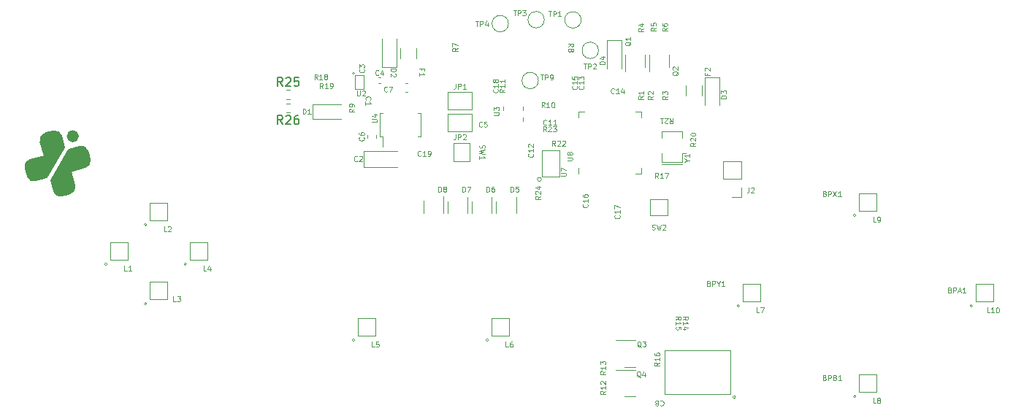
<source format=gbr>
G04 #@! TF.GenerationSoftware,KiCad,Pcbnew,7.0.6*
G04 #@! TF.CreationDate,2023-09-01T19:54:12-07:00*
G04 #@! TF.ProjectId,sgpp_main_pcb,73677070-5f6d-4616-996e-5f7063622e6b,1*
G04 #@! TF.SameCoordinates,Original*
G04 #@! TF.FileFunction,Legend,Top*
G04 #@! TF.FilePolarity,Positive*
%FSLAX46Y46*%
G04 Gerber Fmt 4.6, Leading zero omitted, Abs format (unit mm)*
G04 Created by KiCad (PCBNEW 7.0.6) date 2023-09-01 19:54:12*
%MOMM*%
%LPD*%
G01*
G04 APERTURE LIST*
%ADD10C,0.150000*%
%ADD11C,0.100000*%
%ADD12C,0.120000*%
%ADD13C,0.152400*%
G04 APERTURE END LIST*
D10*
X123258342Y-89942019D02*
X122925009Y-89465828D01*
X122686914Y-89942019D02*
X122686914Y-88942019D01*
X122686914Y-88942019D02*
X123067866Y-88942019D01*
X123067866Y-88942019D02*
X123163104Y-88989638D01*
X123163104Y-88989638D02*
X123210723Y-89037257D01*
X123210723Y-89037257D02*
X123258342Y-89132495D01*
X123258342Y-89132495D02*
X123258342Y-89275352D01*
X123258342Y-89275352D02*
X123210723Y-89370590D01*
X123210723Y-89370590D02*
X123163104Y-89418209D01*
X123163104Y-89418209D02*
X123067866Y-89465828D01*
X123067866Y-89465828D02*
X122686914Y-89465828D01*
X123639295Y-89037257D02*
X123686914Y-88989638D01*
X123686914Y-88989638D02*
X123782152Y-88942019D01*
X123782152Y-88942019D02*
X124020247Y-88942019D01*
X124020247Y-88942019D02*
X124115485Y-88989638D01*
X124115485Y-88989638D02*
X124163104Y-89037257D01*
X124163104Y-89037257D02*
X124210723Y-89132495D01*
X124210723Y-89132495D02*
X124210723Y-89227733D01*
X124210723Y-89227733D02*
X124163104Y-89370590D01*
X124163104Y-89370590D02*
X123591676Y-89942019D01*
X123591676Y-89942019D02*
X124210723Y-89942019D01*
X125067866Y-88942019D02*
X124877390Y-88942019D01*
X124877390Y-88942019D02*
X124782152Y-88989638D01*
X124782152Y-88989638D02*
X124734533Y-89037257D01*
X124734533Y-89037257D02*
X124639295Y-89180114D01*
X124639295Y-89180114D02*
X124591676Y-89370590D01*
X124591676Y-89370590D02*
X124591676Y-89751542D01*
X124591676Y-89751542D02*
X124639295Y-89846780D01*
X124639295Y-89846780D02*
X124686914Y-89894400D01*
X124686914Y-89894400D02*
X124782152Y-89942019D01*
X124782152Y-89942019D02*
X124972628Y-89942019D01*
X124972628Y-89942019D02*
X125067866Y-89894400D01*
X125067866Y-89894400D02*
X125115485Y-89846780D01*
X125115485Y-89846780D02*
X125163104Y-89751542D01*
X125163104Y-89751542D02*
X125163104Y-89513447D01*
X125163104Y-89513447D02*
X125115485Y-89418209D01*
X125115485Y-89418209D02*
X125067866Y-89370590D01*
X125067866Y-89370590D02*
X124972628Y-89322971D01*
X124972628Y-89322971D02*
X124782152Y-89322971D01*
X124782152Y-89322971D02*
X124686914Y-89370590D01*
X124686914Y-89370590D02*
X124639295Y-89418209D01*
X124639295Y-89418209D02*
X124591676Y-89513447D01*
X123258342Y-85537219D02*
X122925009Y-85061028D01*
X122686914Y-85537219D02*
X122686914Y-84537219D01*
X122686914Y-84537219D02*
X123067866Y-84537219D01*
X123067866Y-84537219D02*
X123163104Y-84584838D01*
X123163104Y-84584838D02*
X123210723Y-84632457D01*
X123210723Y-84632457D02*
X123258342Y-84727695D01*
X123258342Y-84727695D02*
X123258342Y-84870552D01*
X123258342Y-84870552D02*
X123210723Y-84965790D01*
X123210723Y-84965790D02*
X123163104Y-85013409D01*
X123163104Y-85013409D02*
X123067866Y-85061028D01*
X123067866Y-85061028D02*
X122686914Y-85061028D01*
X123639295Y-84632457D02*
X123686914Y-84584838D01*
X123686914Y-84584838D02*
X123782152Y-84537219D01*
X123782152Y-84537219D02*
X124020247Y-84537219D01*
X124020247Y-84537219D02*
X124115485Y-84584838D01*
X124115485Y-84584838D02*
X124163104Y-84632457D01*
X124163104Y-84632457D02*
X124210723Y-84727695D01*
X124210723Y-84727695D02*
X124210723Y-84822933D01*
X124210723Y-84822933D02*
X124163104Y-84965790D01*
X124163104Y-84965790D02*
X123591676Y-85537219D01*
X123591676Y-85537219D02*
X124210723Y-85537219D01*
X125115485Y-84537219D02*
X124639295Y-84537219D01*
X124639295Y-84537219D02*
X124591676Y-85013409D01*
X124591676Y-85013409D02*
X124639295Y-84965790D01*
X124639295Y-84965790D02*
X124734533Y-84918171D01*
X124734533Y-84918171D02*
X124972628Y-84918171D01*
X124972628Y-84918171D02*
X125067866Y-84965790D01*
X125067866Y-84965790D02*
X125115485Y-85013409D01*
X125115485Y-85013409D02*
X125163104Y-85108647D01*
X125163104Y-85108647D02*
X125163104Y-85346742D01*
X125163104Y-85346742D02*
X125115485Y-85441980D01*
X125115485Y-85441980D02*
X125067866Y-85489600D01*
X125067866Y-85489600D02*
X124972628Y-85537219D01*
X124972628Y-85537219D02*
X124734533Y-85537219D01*
X124734533Y-85537219D02*
X124639295Y-85489600D01*
X124639295Y-85489600D02*
X124591676Y-85441980D01*
D11*
X127300085Y-84752771D02*
X127100085Y-84467057D01*
X126957228Y-84752771D02*
X126957228Y-84152771D01*
X126957228Y-84152771D02*
X127185799Y-84152771D01*
X127185799Y-84152771D02*
X127242942Y-84181342D01*
X127242942Y-84181342D02*
X127271513Y-84209914D01*
X127271513Y-84209914D02*
X127300085Y-84267057D01*
X127300085Y-84267057D02*
X127300085Y-84352771D01*
X127300085Y-84352771D02*
X127271513Y-84409914D01*
X127271513Y-84409914D02*
X127242942Y-84438485D01*
X127242942Y-84438485D02*
X127185799Y-84467057D01*
X127185799Y-84467057D02*
X126957228Y-84467057D01*
X127871513Y-84752771D02*
X127528656Y-84752771D01*
X127700085Y-84752771D02*
X127700085Y-84152771D01*
X127700085Y-84152771D02*
X127642942Y-84238485D01*
X127642942Y-84238485D02*
X127585799Y-84295628D01*
X127585799Y-84295628D02*
X127528656Y-84324200D01*
X128214371Y-84409914D02*
X128157228Y-84381342D01*
X128157228Y-84381342D02*
X128128657Y-84352771D01*
X128128657Y-84352771D02*
X128100085Y-84295628D01*
X128100085Y-84295628D02*
X128100085Y-84267057D01*
X128100085Y-84267057D02*
X128128657Y-84209914D01*
X128128657Y-84209914D02*
X128157228Y-84181342D01*
X128157228Y-84181342D02*
X128214371Y-84152771D01*
X128214371Y-84152771D02*
X128328657Y-84152771D01*
X128328657Y-84152771D02*
X128385800Y-84181342D01*
X128385800Y-84181342D02*
X128414371Y-84209914D01*
X128414371Y-84209914D02*
X128442942Y-84267057D01*
X128442942Y-84267057D02*
X128442942Y-84295628D01*
X128442942Y-84295628D02*
X128414371Y-84352771D01*
X128414371Y-84352771D02*
X128385800Y-84381342D01*
X128385800Y-84381342D02*
X128328657Y-84409914D01*
X128328657Y-84409914D02*
X128214371Y-84409914D01*
X128214371Y-84409914D02*
X128157228Y-84438485D01*
X128157228Y-84438485D02*
X128128657Y-84467057D01*
X128128657Y-84467057D02*
X128100085Y-84524200D01*
X128100085Y-84524200D02*
X128100085Y-84638485D01*
X128100085Y-84638485D02*
X128128657Y-84695628D01*
X128128657Y-84695628D02*
X128157228Y-84724200D01*
X128157228Y-84724200D02*
X128214371Y-84752771D01*
X128214371Y-84752771D02*
X128328657Y-84752771D01*
X128328657Y-84752771D02*
X128385800Y-84724200D01*
X128385800Y-84724200D02*
X128414371Y-84695628D01*
X128414371Y-84695628D02*
X128442942Y-84638485D01*
X128442942Y-84638485D02*
X128442942Y-84524200D01*
X128442942Y-84524200D02*
X128414371Y-84467057D01*
X128414371Y-84467057D02*
X128385800Y-84438485D01*
X128385800Y-84438485D02*
X128328657Y-84409914D01*
X164808457Y-115803076D02*
X164751314Y-115774504D01*
X164751314Y-115774504D02*
X164694171Y-115717362D01*
X164694171Y-115717362D02*
X164608457Y-115631647D01*
X164608457Y-115631647D02*
X164551314Y-115603076D01*
X164551314Y-115603076D02*
X164494171Y-115603076D01*
X164522742Y-115745933D02*
X164465600Y-115717362D01*
X164465600Y-115717362D02*
X164408457Y-115660219D01*
X164408457Y-115660219D02*
X164379885Y-115545933D01*
X164379885Y-115545933D02*
X164379885Y-115345933D01*
X164379885Y-115345933D02*
X164408457Y-115231647D01*
X164408457Y-115231647D02*
X164465600Y-115174504D01*
X164465600Y-115174504D02*
X164522742Y-115145933D01*
X164522742Y-115145933D02*
X164637028Y-115145933D01*
X164637028Y-115145933D02*
X164694171Y-115174504D01*
X164694171Y-115174504D02*
X164751314Y-115231647D01*
X164751314Y-115231647D02*
X164779885Y-115345933D01*
X164779885Y-115345933D02*
X164779885Y-115545933D01*
X164779885Y-115545933D02*
X164751314Y-115660219D01*
X164751314Y-115660219D02*
X164694171Y-115717362D01*
X164694171Y-115717362D02*
X164637028Y-115745933D01*
X164637028Y-115745933D02*
X164522742Y-115745933D01*
X164979885Y-115145933D02*
X165351313Y-115145933D01*
X165351313Y-115145933D02*
X165151313Y-115374504D01*
X165151313Y-115374504D02*
X165237028Y-115374504D01*
X165237028Y-115374504D02*
X165294171Y-115403076D01*
X165294171Y-115403076D02*
X165322742Y-115431647D01*
X165322742Y-115431647D02*
X165351313Y-115488790D01*
X165351313Y-115488790D02*
X165351313Y-115631647D01*
X165351313Y-115631647D02*
X165322742Y-115688790D01*
X165322742Y-115688790D02*
X165294171Y-115717362D01*
X165294171Y-115717362D02*
X165237028Y-115745933D01*
X165237028Y-115745933D02*
X165065599Y-115745933D01*
X165065599Y-115745933D02*
X165008456Y-115717362D01*
X165008456Y-115717362D02*
X164979885Y-115688790D01*
X172682000Y-108416085D02*
X172767714Y-108444657D01*
X172767714Y-108444657D02*
X172796285Y-108473228D01*
X172796285Y-108473228D02*
X172824857Y-108530371D01*
X172824857Y-108530371D02*
X172824857Y-108616085D01*
X172824857Y-108616085D02*
X172796285Y-108673228D01*
X172796285Y-108673228D02*
X172767714Y-108701800D01*
X172767714Y-108701800D02*
X172710571Y-108730371D01*
X172710571Y-108730371D02*
X172482000Y-108730371D01*
X172482000Y-108730371D02*
X172482000Y-108130371D01*
X172482000Y-108130371D02*
X172682000Y-108130371D01*
X172682000Y-108130371D02*
X172739143Y-108158942D01*
X172739143Y-108158942D02*
X172767714Y-108187514D01*
X172767714Y-108187514D02*
X172796285Y-108244657D01*
X172796285Y-108244657D02*
X172796285Y-108301800D01*
X172796285Y-108301800D02*
X172767714Y-108358942D01*
X172767714Y-108358942D02*
X172739143Y-108387514D01*
X172739143Y-108387514D02*
X172682000Y-108416085D01*
X172682000Y-108416085D02*
X172482000Y-108416085D01*
X173082000Y-108730371D02*
X173082000Y-108130371D01*
X173082000Y-108130371D02*
X173310571Y-108130371D01*
X173310571Y-108130371D02*
X173367714Y-108158942D01*
X173367714Y-108158942D02*
X173396285Y-108187514D01*
X173396285Y-108187514D02*
X173424857Y-108244657D01*
X173424857Y-108244657D02*
X173424857Y-108330371D01*
X173424857Y-108330371D02*
X173396285Y-108387514D01*
X173396285Y-108387514D02*
X173367714Y-108416085D01*
X173367714Y-108416085D02*
X173310571Y-108444657D01*
X173310571Y-108444657D02*
X173082000Y-108444657D01*
X173796285Y-108444657D02*
X173796285Y-108730371D01*
X173596285Y-108130371D02*
X173796285Y-108444657D01*
X173796285Y-108444657D02*
X173996285Y-108130371D01*
X174510571Y-108730371D02*
X174167714Y-108730371D01*
X174339143Y-108730371D02*
X174339143Y-108130371D01*
X174339143Y-108130371D02*
X174282000Y-108216085D01*
X174282000Y-108216085D02*
X174224857Y-108273228D01*
X174224857Y-108273228D02*
X174167714Y-108301800D01*
X192016000Y-101311796D02*
X191730286Y-101311796D01*
X191730286Y-101311796D02*
X191730286Y-100711796D01*
X192244571Y-101311796D02*
X192358857Y-101311796D01*
X192358857Y-101311796D02*
X192416000Y-101283225D01*
X192416000Y-101283225D02*
X192444571Y-101254653D01*
X192444571Y-101254653D02*
X192501714Y-101168939D01*
X192501714Y-101168939D02*
X192530285Y-101054653D01*
X192530285Y-101054653D02*
X192530285Y-100826082D01*
X192530285Y-100826082D02*
X192501714Y-100768939D01*
X192501714Y-100768939D02*
X192473143Y-100740367D01*
X192473143Y-100740367D02*
X192416000Y-100711796D01*
X192416000Y-100711796D02*
X192301714Y-100711796D01*
X192301714Y-100711796D02*
X192244571Y-100740367D01*
X192244571Y-100740367D02*
X192216000Y-100768939D01*
X192216000Y-100768939D02*
X192187428Y-100826082D01*
X192187428Y-100826082D02*
X192187428Y-100968939D01*
X192187428Y-100968939D02*
X192216000Y-101026082D01*
X192216000Y-101026082D02*
X192244571Y-101054653D01*
X192244571Y-101054653D02*
X192301714Y-101083225D01*
X192301714Y-101083225D02*
X192416000Y-101083225D01*
X192416000Y-101083225D02*
X192473143Y-101054653D01*
X192473143Y-101054653D02*
X192501714Y-101026082D01*
X192501714Y-101026082D02*
X192530285Y-100968939D01*
X109816000Y-102391796D02*
X109530286Y-102391796D01*
X109530286Y-102391796D02*
X109530286Y-101791796D01*
X109987428Y-101848939D02*
X110016000Y-101820367D01*
X110016000Y-101820367D02*
X110073143Y-101791796D01*
X110073143Y-101791796D02*
X110216000Y-101791796D01*
X110216000Y-101791796D02*
X110273143Y-101820367D01*
X110273143Y-101820367D02*
X110301714Y-101848939D01*
X110301714Y-101848939D02*
X110330285Y-101906082D01*
X110330285Y-101906082D02*
X110330285Y-101963225D01*
X110330285Y-101963225D02*
X110301714Y-102048939D01*
X110301714Y-102048939D02*
X109958857Y-102391796D01*
X109958857Y-102391796D02*
X110330285Y-102391796D01*
X156263371Y-94132342D02*
X156749085Y-94132342D01*
X156749085Y-94132342D02*
X156806228Y-94103771D01*
X156806228Y-94103771D02*
X156834800Y-94075200D01*
X156834800Y-94075200D02*
X156863371Y-94018057D01*
X156863371Y-94018057D02*
X156863371Y-93903771D01*
X156863371Y-93903771D02*
X156834800Y-93846628D01*
X156834800Y-93846628D02*
X156806228Y-93818057D01*
X156806228Y-93818057D02*
X156749085Y-93789485D01*
X156749085Y-93789485D02*
X156263371Y-93789485D01*
X156520514Y-93418057D02*
X156491942Y-93475200D01*
X156491942Y-93475200D02*
X156463371Y-93503771D01*
X156463371Y-93503771D02*
X156406228Y-93532343D01*
X156406228Y-93532343D02*
X156377657Y-93532343D01*
X156377657Y-93532343D02*
X156320514Y-93503771D01*
X156320514Y-93503771D02*
X156291942Y-93475200D01*
X156291942Y-93475200D02*
X156263371Y-93418057D01*
X156263371Y-93418057D02*
X156263371Y-93303771D01*
X156263371Y-93303771D02*
X156291942Y-93246629D01*
X156291942Y-93246629D02*
X156320514Y-93218057D01*
X156320514Y-93218057D02*
X156377657Y-93189486D01*
X156377657Y-93189486D02*
X156406228Y-93189486D01*
X156406228Y-93189486D02*
X156463371Y-93218057D01*
X156463371Y-93218057D02*
X156491942Y-93246629D01*
X156491942Y-93246629D02*
X156520514Y-93303771D01*
X156520514Y-93303771D02*
X156520514Y-93418057D01*
X156520514Y-93418057D02*
X156549085Y-93475200D01*
X156549085Y-93475200D02*
X156577657Y-93503771D01*
X156577657Y-93503771D02*
X156634800Y-93532343D01*
X156634800Y-93532343D02*
X156749085Y-93532343D01*
X156749085Y-93532343D02*
X156806228Y-93503771D01*
X156806228Y-93503771D02*
X156834800Y-93475200D01*
X156834800Y-93475200D02*
X156863371Y-93418057D01*
X156863371Y-93418057D02*
X156863371Y-93303771D01*
X156863371Y-93303771D02*
X156834800Y-93246629D01*
X156834800Y-93246629D02*
X156806228Y-93218057D01*
X156806228Y-93218057D02*
X156749085Y-93189486D01*
X156749085Y-93189486D02*
X156634800Y-93189486D01*
X156634800Y-93189486D02*
X156577657Y-93218057D01*
X156577657Y-93218057D02*
X156549085Y-93246629D01*
X156549085Y-93246629D02*
X156520514Y-93303771D01*
X134390617Y-84210329D02*
X134362045Y-84238901D01*
X134362045Y-84238901D02*
X134276331Y-84267472D01*
X134276331Y-84267472D02*
X134219188Y-84267472D01*
X134219188Y-84267472D02*
X134133474Y-84238901D01*
X134133474Y-84238901D02*
X134076331Y-84181758D01*
X134076331Y-84181758D02*
X134047760Y-84124615D01*
X134047760Y-84124615D02*
X134019188Y-84010329D01*
X134019188Y-84010329D02*
X134019188Y-83924615D01*
X134019188Y-83924615D02*
X134047760Y-83810329D01*
X134047760Y-83810329D02*
X134076331Y-83753186D01*
X134076331Y-83753186D02*
X134133474Y-83696043D01*
X134133474Y-83696043D02*
X134219188Y-83667472D01*
X134219188Y-83667472D02*
X134276331Y-83667472D01*
X134276331Y-83667472D02*
X134362045Y-83696043D01*
X134362045Y-83696043D02*
X134390617Y-83724615D01*
X134904903Y-83867472D02*
X134904903Y-84267472D01*
X134762045Y-83638901D02*
X134619188Y-84067472D01*
X134619188Y-84067472D02*
X134990617Y-84067472D01*
X186101143Y-119338085D02*
X186186857Y-119366657D01*
X186186857Y-119366657D02*
X186215428Y-119395228D01*
X186215428Y-119395228D02*
X186244000Y-119452371D01*
X186244000Y-119452371D02*
X186244000Y-119538085D01*
X186244000Y-119538085D02*
X186215428Y-119595228D01*
X186215428Y-119595228D02*
X186186857Y-119623800D01*
X186186857Y-119623800D02*
X186129714Y-119652371D01*
X186129714Y-119652371D02*
X185901143Y-119652371D01*
X185901143Y-119652371D02*
X185901143Y-119052371D01*
X185901143Y-119052371D02*
X186101143Y-119052371D01*
X186101143Y-119052371D02*
X186158286Y-119080942D01*
X186158286Y-119080942D02*
X186186857Y-119109514D01*
X186186857Y-119109514D02*
X186215428Y-119166657D01*
X186215428Y-119166657D02*
X186215428Y-119223800D01*
X186215428Y-119223800D02*
X186186857Y-119280942D01*
X186186857Y-119280942D02*
X186158286Y-119309514D01*
X186158286Y-119309514D02*
X186101143Y-119338085D01*
X186101143Y-119338085D02*
X185901143Y-119338085D01*
X186501143Y-119652371D02*
X186501143Y-119052371D01*
X186501143Y-119052371D02*
X186729714Y-119052371D01*
X186729714Y-119052371D02*
X186786857Y-119080942D01*
X186786857Y-119080942D02*
X186815428Y-119109514D01*
X186815428Y-119109514D02*
X186844000Y-119166657D01*
X186844000Y-119166657D02*
X186844000Y-119252371D01*
X186844000Y-119252371D02*
X186815428Y-119309514D01*
X186815428Y-119309514D02*
X186786857Y-119338085D01*
X186786857Y-119338085D02*
X186729714Y-119366657D01*
X186729714Y-119366657D02*
X186501143Y-119366657D01*
X187301143Y-119338085D02*
X187386857Y-119366657D01*
X187386857Y-119366657D02*
X187415428Y-119395228D01*
X187415428Y-119395228D02*
X187444000Y-119452371D01*
X187444000Y-119452371D02*
X187444000Y-119538085D01*
X187444000Y-119538085D02*
X187415428Y-119595228D01*
X187415428Y-119595228D02*
X187386857Y-119623800D01*
X187386857Y-119623800D02*
X187329714Y-119652371D01*
X187329714Y-119652371D02*
X187101143Y-119652371D01*
X187101143Y-119652371D02*
X187101143Y-119052371D01*
X187101143Y-119052371D02*
X187301143Y-119052371D01*
X187301143Y-119052371D02*
X187358286Y-119080942D01*
X187358286Y-119080942D02*
X187386857Y-119109514D01*
X187386857Y-119109514D02*
X187415428Y-119166657D01*
X187415428Y-119166657D02*
X187415428Y-119223800D01*
X187415428Y-119223800D02*
X187386857Y-119280942D01*
X187386857Y-119280942D02*
X187358286Y-119309514D01*
X187358286Y-119309514D02*
X187301143Y-119338085D01*
X187301143Y-119338085D02*
X187101143Y-119338085D01*
X188015428Y-119652371D02*
X187672571Y-119652371D01*
X187844000Y-119652371D02*
X187844000Y-119052371D01*
X187844000Y-119052371D02*
X187786857Y-119138085D01*
X187786857Y-119138085D02*
X187729714Y-119195228D01*
X187729714Y-119195228D02*
X187672571Y-119223800D01*
X168840828Y-112644285D02*
X169126542Y-112444285D01*
X168840828Y-112301428D02*
X169440828Y-112301428D01*
X169440828Y-112301428D02*
X169440828Y-112529999D01*
X169440828Y-112529999D02*
X169412257Y-112587142D01*
X169412257Y-112587142D02*
X169383685Y-112615713D01*
X169383685Y-112615713D02*
X169326542Y-112644285D01*
X169326542Y-112644285D02*
X169240828Y-112644285D01*
X169240828Y-112644285D02*
X169183685Y-112615713D01*
X169183685Y-112615713D02*
X169155114Y-112587142D01*
X169155114Y-112587142D02*
X169126542Y-112529999D01*
X169126542Y-112529999D02*
X169126542Y-112301428D01*
X168840828Y-113215713D02*
X168840828Y-112872856D01*
X168840828Y-113044285D02*
X169440828Y-113044285D01*
X169440828Y-113044285D02*
X169355114Y-112987142D01*
X169355114Y-112987142D02*
X169297971Y-112929999D01*
X169297971Y-112929999D02*
X169269400Y-112872856D01*
X169440828Y-113758571D02*
X169440828Y-113472857D01*
X169440828Y-113472857D02*
X169155114Y-113444285D01*
X169155114Y-113444285D02*
X169183685Y-113472857D01*
X169183685Y-113472857D02*
X169212257Y-113530000D01*
X169212257Y-113530000D02*
X169212257Y-113672857D01*
X169212257Y-113672857D02*
X169183685Y-113730000D01*
X169183685Y-113730000D02*
X169155114Y-113758571D01*
X169155114Y-113758571D02*
X169097971Y-113787142D01*
X169097971Y-113787142D02*
X168955114Y-113787142D01*
X168955114Y-113787142D02*
X168897971Y-113758571D01*
X168897971Y-113758571D02*
X168869400Y-113730000D01*
X168869400Y-113730000D02*
X168840828Y-113672857D01*
X168840828Y-113672857D02*
X168840828Y-113530000D01*
X168840828Y-113530000D02*
X168869400Y-113472857D01*
X168869400Y-113472857D02*
X168897971Y-113444285D01*
X169628228Y-112644285D02*
X169913942Y-112444285D01*
X169628228Y-112301428D02*
X170228228Y-112301428D01*
X170228228Y-112301428D02*
X170228228Y-112529999D01*
X170228228Y-112529999D02*
X170199657Y-112587142D01*
X170199657Y-112587142D02*
X170171085Y-112615713D01*
X170171085Y-112615713D02*
X170113942Y-112644285D01*
X170113942Y-112644285D02*
X170028228Y-112644285D01*
X170028228Y-112644285D02*
X169971085Y-112615713D01*
X169971085Y-112615713D02*
X169942514Y-112587142D01*
X169942514Y-112587142D02*
X169913942Y-112529999D01*
X169913942Y-112529999D02*
X169913942Y-112301428D01*
X169628228Y-113215713D02*
X169628228Y-112872856D01*
X169628228Y-113044285D02*
X170228228Y-113044285D01*
X170228228Y-113044285D02*
X170142514Y-112987142D01*
X170142514Y-112987142D02*
X170085371Y-112929999D01*
X170085371Y-112929999D02*
X170056800Y-112872856D01*
X170028228Y-113730000D02*
X169628228Y-113730000D01*
X170256800Y-113587142D02*
X169828228Y-113444285D01*
X169828228Y-113444285D02*
X169828228Y-113815714D01*
X178516000Y-111811796D02*
X178230286Y-111811796D01*
X178230286Y-111811796D02*
X178230286Y-111211796D01*
X178658857Y-111211796D02*
X179058857Y-111211796D01*
X179058857Y-111211796D02*
X178801714Y-111811796D01*
X155524399Y-95962066D02*
X156010113Y-95962066D01*
X156010113Y-95962066D02*
X156067256Y-95933495D01*
X156067256Y-95933495D02*
X156095828Y-95904924D01*
X156095828Y-95904924D02*
X156124399Y-95847781D01*
X156124399Y-95847781D02*
X156124399Y-95733495D01*
X156124399Y-95733495D02*
X156095828Y-95676352D01*
X156095828Y-95676352D02*
X156067256Y-95647781D01*
X156067256Y-95647781D02*
X156010113Y-95619209D01*
X156010113Y-95619209D02*
X155524399Y-95619209D01*
X155524399Y-95390638D02*
X155524399Y-94990638D01*
X155524399Y-94990638D02*
X156124399Y-95247781D01*
X166822485Y-96208171D02*
X166622485Y-95922457D01*
X166479628Y-96208171D02*
X166479628Y-95608171D01*
X166479628Y-95608171D02*
X166708199Y-95608171D01*
X166708199Y-95608171D02*
X166765342Y-95636742D01*
X166765342Y-95636742D02*
X166793913Y-95665314D01*
X166793913Y-95665314D02*
X166822485Y-95722457D01*
X166822485Y-95722457D02*
X166822485Y-95808171D01*
X166822485Y-95808171D02*
X166793913Y-95865314D01*
X166793913Y-95865314D02*
X166765342Y-95893885D01*
X166765342Y-95893885D02*
X166708199Y-95922457D01*
X166708199Y-95922457D02*
X166479628Y-95922457D01*
X167393913Y-96208171D02*
X167051056Y-96208171D01*
X167222485Y-96208171D02*
X167222485Y-95608171D01*
X167222485Y-95608171D02*
X167165342Y-95693885D01*
X167165342Y-95693885D02*
X167108199Y-95751028D01*
X167108199Y-95751028D02*
X167051056Y-95779600D01*
X167593914Y-95608171D02*
X167993914Y-95608171D01*
X167993914Y-95608171D02*
X167736771Y-96208171D01*
X186115428Y-98002085D02*
X186201142Y-98030657D01*
X186201142Y-98030657D02*
X186229713Y-98059228D01*
X186229713Y-98059228D02*
X186258285Y-98116371D01*
X186258285Y-98116371D02*
X186258285Y-98202085D01*
X186258285Y-98202085D02*
X186229713Y-98259228D01*
X186229713Y-98259228D02*
X186201142Y-98287800D01*
X186201142Y-98287800D02*
X186143999Y-98316371D01*
X186143999Y-98316371D02*
X185915428Y-98316371D01*
X185915428Y-98316371D02*
X185915428Y-97716371D01*
X185915428Y-97716371D02*
X186115428Y-97716371D01*
X186115428Y-97716371D02*
X186172571Y-97744942D01*
X186172571Y-97744942D02*
X186201142Y-97773514D01*
X186201142Y-97773514D02*
X186229713Y-97830657D01*
X186229713Y-97830657D02*
X186229713Y-97887800D01*
X186229713Y-97887800D02*
X186201142Y-97944942D01*
X186201142Y-97944942D02*
X186172571Y-97973514D01*
X186172571Y-97973514D02*
X186115428Y-98002085D01*
X186115428Y-98002085D02*
X185915428Y-98002085D01*
X186515428Y-98316371D02*
X186515428Y-97716371D01*
X186515428Y-97716371D02*
X186743999Y-97716371D01*
X186743999Y-97716371D02*
X186801142Y-97744942D01*
X186801142Y-97744942D02*
X186829713Y-97773514D01*
X186829713Y-97773514D02*
X186858285Y-97830657D01*
X186858285Y-97830657D02*
X186858285Y-97916371D01*
X186858285Y-97916371D02*
X186829713Y-97973514D01*
X186829713Y-97973514D02*
X186801142Y-98002085D01*
X186801142Y-98002085D02*
X186743999Y-98030657D01*
X186743999Y-98030657D02*
X186515428Y-98030657D01*
X187058285Y-97716371D02*
X187458285Y-98316371D01*
X187458285Y-97716371D02*
X187058285Y-98316371D01*
X188001142Y-98316371D02*
X187658285Y-98316371D01*
X187829714Y-98316371D02*
X187829714Y-97716371D01*
X187829714Y-97716371D02*
X187772571Y-97802085D01*
X187772571Y-97802085D02*
X187715428Y-97859228D01*
X187715428Y-97859228D02*
X187658285Y-97887800D01*
X174702516Y-86944052D02*
X174102516Y-86944052D01*
X174102516Y-86944052D02*
X174102516Y-86801195D01*
X174102516Y-86801195D02*
X174131087Y-86715481D01*
X174131087Y-86715481D02*
X174188230Y-86658338D01*
X174188230Y-86658338D02*
X174245373Y-86629767D01*
X174245373Y-86629767D02*
X174359659Y-86601195D01*
X174359659Y-86601195D02*
X174445373Y-86601195D01*
X174445373Y-86601195D02*
X174559659Y-86629767D01*
X174559659Y-86629767D02*
X174616802Y-86658338D01*
X174616802Y-86658338D02*
X174673945Y-86715481D01*
X174673945Y-86715481D02*
X174702516Y-86801195D01*
X174702516Y-86801195D02*
X174702516Y-86944052D01*
X174102516Y-86401195D02*
X174102516Y-86029767D01*
X174102516Y-86029767D02*
X174331087Y-86229767D01*
X174331087Y-86229767D02*
X174331087Y-86144052D01*
X174331087Y-86144052D02*
X174359659Y-86086910D01*
X174359659Y-86086910D02*
X174388230Y-86058338D01*
X174388230Y-86058338D02*
X174445373Y-86029767D01*
X174445373Y-86029767D02*
X174588230Y-86029767D01*
X174588230Y-86029767D02*
X174645373Y-86058338D01*
X174645373Y-86058338D02*
X174673945Y-86086910D01*
X174673945Y-86086910D02*
X174702516Y-86144052D01*
X174702516Y-86144052D02*
X174702516Y-86315481D01*
X174702516Y-86315481D02*
X174673945Y-86372624D01*
X174673945Y-86372624D02*
X174645373Y-86401195D01*
X133916000Y-115791796D02*
X133630286Y-115791796D01*
X133630286Y-115791796D02*
X133630286Y-115191796D01*
X134401714Y-115191796D02*
X134116000Y-115191796D01*
X134116000Y-115191796D02*
X134087428Y-115477510D01*
X134087428Y-115477510D02*
X134116000Y-115448939D01*
X134116000Y-115448939D02*
X134173143Y-115420367D01*
X134173143Y-115420367D02*
X134316000Y-115420367D01*
X134316000Y-115420367D02*
X134373143Y-115448939D01*
X134373143Y-115448939D02*
X134401714Y-115477510D01*
X134401714Y-115477510D02*
X134430285Y-115534653D01*
X134430285Y-115534653D02*
X134430285Y-115677510D01*
X134430285Y-115677510D02*
X134401714Y-115734653D01*
X134401714Y-115734653D02*
X134373143Y-115763225D01*
X134373143Y-115763225D02*
X134316000Y-115791796D01*
X134316000Y-115791796D02*
X134173143Y-115791796D01*
X134173143Y-115791796D02*
X134116000Y-115763225D01*
X134116000Y-115763225D02*
X134087428Y-115734653D01*
X160622571Y-82992856D02*
X160022571Y-82992856D01*
X160022571Y-82992856D02*
X160022571Y-82849999D01*
X160022571Y-82849999D02*
X160051142Y-82764285D01*
X160051142Y-82764285D02*
X160108285Y-82707142D01*
X160108285Y-82707142D02*
X160165428Y-82678571D01*
X160165428Y-82678571D02*
X160279714Y-82649999D01*
X160279714Y-82649999D02*
X160365428Y-82649999D01*
X160365428Y-82649999D02*
X160479714Y-82678571D01*
X160479714Y-82678571D02*
X160536857Y-82707142D01*
X160536857Y-82707142D02*
X160594000Y-82764285D01*
X160594000Y-82764285D02*
X160622571Y-82849999D01*
X160622571Y-82849999D02*
X160622571Y-82992856D01*
X160222571Y-82135714D02*
X160622571Y-82135714D01*
X159994000Y-82278571D02*
X160422571Y-82421428D01*
X160422571Y-82421428D02*
X160422571Y-82049999D01*
X160705259Y-118595393D02*
X160419545Y-118795393D01*
X160705259Y-118938250D02*
X160105259Y-118938250D01*
X160105259Y-118938250D02*
X160105259Y-118709679D01*
X160105259Y-118709679D02*
X160133830Y-118652536D01*
X160133830Y-118652536D02*
X160162402Y-118623965D01*
X160162402Y-118623965D02*
X160219545Y-118595393D01*
X160219545Y-118595393D02*
X160305259Y-118595393D01*
X160305259Y-118595393D02*
X160362402Y-118623965D01*
X160362402Y-118623965D02*
X160390973Y-118652536D01*
X160390973Y-118652536D02*
X160419545Y-118709679D01*
X160419545Y-118709679D02*
X160419545Y-118938250D01*
X160705259Y-118023965D02*
X160705259Y-118366822D01*
X160705259Y-118195393D02*
X160105259Y-118195393D01*
X160105259Y-118195393D02*
X160190973Y-118252536D01*
X160190973Y-118252536D02*
X160248116Y-118309679D01*
X160248116Y-118309679D02*
X160276688Y-118366822D01*
X160105259Y-117823964D02*
X160105259Y-117452536D01*
X160105259Y-117452536D02*
X160333830Y-117652536D01*
X160333830Y-117652536D02*
X160333830Y-117566821D01*
X160333830Y-117566821D02*
X160362402Y-117509679D01*
X160362402Y-117509679D02*
X160390973Y-117481107D01*
X160390973Y-117481107D02*
X160448116Y-117452536D01*
X160448116Y-117452536D02*
X160590973Y-117452536D01*
X160590973Y-117452536D02*
X160648116Y-117481107D01*
X160648116Y-117481107D02*
X160676688Y-117509679D01*
X160676688Y-117509679D02*
X160705259Y-117566821D01*
X160705259Y-117566821D02*
X160705259Y-117738250D01*
X160705259Y-117738250D02*
X160676688Y-117795393D01*
X160676688Y-117795393D02*
X160648116Y-117823964D01*
X166077999Y-102152800D02*
X166163714Y-102181371D01*
X166163714Y-102181371D02*
X166306571Y-102181371D01*
X166306571Y-102181371D02*
X166363714Y-102152800D01*
X166363714Y-102152800D02*
X166392285Y-102124228D01*
X166392285Y-102124228D02*
X166420856Y-102067085D01*
X166420856Y-102067085D02*
X166420856Y-102009942D01*
X166420856Y-102009942D02*
X166392285Y-101952800D01*
X166392285Y-101952800D02*
X166363714Y-101924228D01*
X166363714Y-101924228D02*
X166306571Y-101895657D01*
X166306571Y-101895657D02*
X166192285Y-101867085D01*
X166192285Y-101867085D02*
X166135142Y-101838514D01*
X166135142Y-101838514D02*
X166106571Y-101809942D01*
X166106571Y-101809942D02*
X166077999Y-101752800D01*
X166077999Y-101752800D02*
X166077999Y-101695657D01*
X166077999Y-101695657D02*
X166106571Y-101638514D01*
X166106571Y-101638514D02*
X166135142Y-101609942D01*
X166135142Y-101609942D02*
X166192285Y-101581371D01*
X166192285Y-101581371D02*
X166335142Y-101581371D01*
X166335142Y-101581371D02*
X166420856Y-101609942D01*
X166620857Y-101581371D02*
X166763714Y-102181371D01*
X166763714Y-102181371D02*
X166878000Y-101752800D01*
X166878000Y-101752800D02*
X166992285Y-102181371D01*
X166992285Y-102181371D02*
X167135143Y-101581371D01*
X167335142Y-101638514D02*
X167363714Y-101609942D01*
X167363714Y-101609942D02*
X167420857Y-101581371D01*
X167420857Y-101581371D02*
X167563714Y-101581371D01*
X167563714Y-101581371D02*
X167620857Y-101609942D01*
X167620857Y-101609942D02*
X167649428Y-101638514D01*
X167649428Y-101638514D02*
X167677999Y-101695657D01*
X167677999Y-101695657D02*
X167677999Y-101752800D01*
X167677999Y-101752800D02*
X167649428Y-101838514D01*
X167649428Y-101838514D02*
X167306571Y-102181371D01*
X167306571Y-102181371D02*
X167677999Y-102181371D01*
X166210571Y-86688599D02*
X165924857Y-86888599D01*
X166210571Y-87031456D02*
X165610571Y-87031456D01*
X165610571Y-87031456D02*
X165610571Y-86802885D01*
X165610571Y-86802885D02*
X165639142Y-86745742D01*
X165639142Y-86745742D02*
X165667714Y-86717171D01*
X165667714Y-86717171D02*
X165724857Y-86688599D01*
X165724857Y-86688599D02*
X165810571Y-86688599D01*
X165810571Y-86688599D02*
X165867714Y-86717171D01*
X165867714Y-86717171D02*
X165896285Y-86745742D01*
X165896285Y-86745742D02*
X165924857Y-86802885D01*
X165924857Y-86802885D02*
X165924857Y-87031456D01*
X165667714Y-86460028D02*
X165639142Y-86431456D01*
X165639142Y-86431456D02*
X165610571Y-86374314D01*
X165610571Y-86374314D02*
X165610571Y-86231456D01*
X165610571Y-86231456D02*
X165639142Y-86174314D01*
X165639142Y-86174314D02*
X165667714Y-86145742D01*
X165667714Y-86145742D02*
X165724857Y-86117171D01*
X165724857Y-86117171D02*
X165782000Y-86117171D01*
X165782000Y-86117171D02*
X165867714Y-86145742D01*
X165867714Y-86145742D02*
X166210571Y-86488599D01*
X166210571Y-86488599D02*
X166210571Y-86117171D01*
X162292628Y-100512514D02*
X162321200Y-100541086D01*
X162321200Y-100541086D02*
X162349771Y-100626800D01*
X162349771Y-100626800D02*
X162349771Y-100683943D01*
X162349771Y-100683943D02*
X162321200Y-100769657D01*
X162321200Y-100769657D02*
X162264057Y-100826800D01*
X162264057Y-100826800D02*
X162206914Y-100855371D01*
X162206914Y-100855371D02*
X162092628Y-100883943D01*
X162092628Y-100883943D02*
X162006914Y-100883943D01*
X162006914Y-100883943D02*
X161892628Y-100855371D01*
X161892628Y-100855371D02*
X161835485Y-100826800D01*
X161835485Y-100826800D02*
X161778342Y-100769657D01*
X161778342Y-100769657D02*
X161749771Y-100683943D01*
X161749771Y-100683943D02*
X161749771Y-100626800D01*
X161749771Y-100626800D02*
X161778342Y-100541086D01*
X161778342Y-100541086D02*
X161806914Y-100512514D01*
X162349771Y-99941086D02*
X162349771Y-100283943D01*
X162349771Y-100112514D02*
X161749771Y-100112514D01*
X161749771Y-100112514D02*
X161835485Y-100169657D01*
X161835485Y-100169657D02*
X161892628Y-100226800D01*
X161892628Y-100226800D02*
X161921200Y-100283943D01*
X161749771Y-99741085D02*
X161749771Y-99341085D01*
X161749771Y-99341085D02*
X162349771Y-99598228D01*
X135799119Y-83511475D02*
X136399119Y-83511475D01*
X136399119Y-83511475D02*
X136399119Y-83654332D01*
X136399119Y-83654332D02*
X136370548Y-83740046D01*
X136370548Y-83740046D02*
X136313405Y-83797189D01*
X136313405Y-83797189D02*
X136256262Y-83825760D01*
X136256262Y-83825760D02*
X136141976Y-83854332D01*
X136141976Y-83854332D02*
X136056262Y-83854332D01*
X136056262Y-83854332D02*
X135941976Y-83825760D01*
X135941976Y-83825760D02*
X135884833Y-83797189D01*
X135884833Y-83797189D02*
X135827691Y-83740046D01*
X135827691Y-83740046D02*
X135799119Y-83654332D01*
X135799119Y-83654332D02*
X135799119Y-83511475D01*
X136341976Y-84082903D02*
X136370548Y-84111475D01*
X136370548Y-84111475D02*
X136399119Y-84168618D01*
X136399119Y-84168618D02*
X136399119Y-84311475D01*
X136399119Y-84311475D02*
X136370548Y-84368618D01*
X136370548Y-84368618D02*
X136341976Y-84397189D01*
X136341976Y-84397189D02*
X136284833Y-84425760D01*
X136284833Y-84425760D02*
X136227691Y-84425760D01*
X136227691Y-84425760D02*
X136141976Y-84397189D01*
X136141976Y-84397189D02*
X135799119Y-84054332D01*
X135799119Y-84054332D02*
X135799119Y-84425760D01*
X158127256Y-85536326D02*
X158155828Y-85564898D01*
X158155828Y-85564898D02*
X158184399Y-85650612D01*
X158184399Y-85650612D02*
X158184399Y-85707755D01*
X158184399Y-85707755D02*
X158155828Y-85793469D01*
X158155828Y-85793469D02*
X158098685Y-85850612D01*
X158098685Y-85850612D02*
X158041542Y-85879183D01*
X158041542Y-85879183D02*
X157927256Y-85907755D01*
X157927256Y-85907755D02*
X157841542Y-85907755D01*
X157841542Y-85907755D02*
X157727256Y-85879183D01*
X157727256Y-85879183D02*
X157670113Y-85850612D01*
X157670113Y-85850612D02*
X157612970Y-85793469D01*
X157612970Y-85793469D02*
X157584399Y-85707755D01*
X157584399Y-85707755D02*
X157584399Y-85650612D01*
X157584399Y-85650612D02*
X157612970Y-85564898D01*
X157612970Y-85564898D02*
X157641542Y-85536326D01*
X158184399Y-84964898D02*
X158184399Y-85307755D01*
X158184399Y-85136326D02*
X157584399Y-85136326D01*
X157584399Y-85136326D02*
X157670113Y-85193469D01*
X157670113Y-85193469D02*
X157727256Y-85250612D01*
X157727256Y-85250612D02*
X157755828Y-85307755D01*
X157584399Y-84764897D02*
X157584399Y-84393469D01*
X157584399Y-84393469D02*
X157812970Y-84593469D01*
X157812970Y-84593469D02*
X157812970Y-84507754D01*
X157812970Y-84507754D02*
X157841542Y-84450612D01*
X157841542Y-84450612D02*
X157870113Y-84422040D01*
X157870113Y-84422040D02*
X157927256Y-84393469D01*
X157927256Y-84393469D02*
X158070113Y-84393469D01*
X158070113Y-84393469D02*
X158127256Y-84422040D01*
X158127256Y-84422040D02*
X158155828Y-84450612D01*
X158155828Y-84450612D02*
X158184399Y-84507754D01*
X158184399Y-84507754D02*
X158184399Y-84679183D01*
X158184399Y-84679183D02*
X158155828Y-84736326D01*
X158155828Y-84736326D02*
X158127256Y-84764897D01*
X139288160Y-93573914D02*
X139259588Y-93602486D01*
X139259588Y-93602486D02*
X139173874Y-93631057D01*
X139173874Y-93631057D02*
X139116731Y-93631057D01*
X139116731Y-93631057D02*
X139031017Y-93602486D01*
X139031017Y-93602486D02*
X138973874Y-93545343D01*
X138973874Y-93545343D02*
X138945303Y-93488200D01*
X138945303Y-93488200D02*
X138916731Y-93373914D01*
X138916731Y-93373914D02*
X138916731Y-93288200D01*
X138916731Y-93288200D02*
X138945303Y-93173914D01*
X138945303Y-93173914D02*
X138973874Y-93116771D01*
X138973874Y-93116771D02*
X139031017Y-93059628D01*
X139031017Y-93059628D02*
X139116731Y-93031057D01*
X139116731Y-93031057D02*
X139173874Y-93031057D01*
X139173874Y-93031057D02*
X139259588Y-93059628D01*
X139259588Y-93059628D02*
X139288160Y-93088200D01*
X139859588Y-93631057D02*
X139516731Y-93631057D01*
X139688160Y-93631057D02*
X139688160Y-93031057D01*
X139688160Y-93031057D02*
X139631017Y-93116771D01*
X139631017Y-93116771D02*
X139573874Y-93173914D01*
X139573874Y-93173914D02*
X139516731Y-93202486D01*
X140145303Y-93631057D02*
X140259589Y-93631057D01*
X140259589Y-93631057D02*
X140316732Y-93602486D01*
X140316732Y-93602486D02*
X140345303Y-93573914D01*
X140345303Y-93573914D02*
X140402446Y-93488200D01*
X140402446Y-93488200D02*
X140431017Y-93373914D01*
X140431017Y-93373914D02*
X140431017Y-93145343D01*
X140431017Y-93145343D02*
X140402446Y-93088200D01*
X140402446Y-93088200D02*
X140373875Y-93059628D01*
X140373875Y-93059628D02*
X140316732Y-93031057D01*
X140316732Y-93031057D02*
X140202446Y-93031057D01*
X140202446Y-93031057D02*
X140145303Y-93059628D01*
X140145303Y-93059628D02*
X140116732Y-93088200D01*
X140116732Y-93088200D02*
X140088160Y-93145343D01*
X140088160Y-93145343D02*
X140088160Y-93288200D01*
X140088160Y-93288200D02*
X140116732Y-93345343D01*
X140116732Y-93345343D02*
X140145303Y-93373914D01*
X140145303Y-93373914D02*
X140202446Y-93402486D01*
X140202446Y-93402486D02*
X140316732Y-93402486D01*
X140316732Y-93402486D02*
X140373875Y-93373914D01*
X140373875Y-93373914D02*
X140402446Y-93345343D01*
X140402446Y-93345343D02*
X140431017Y-93288200D01*
X165090937Y-78814461D02*
X164805223Y-79014461D01*
X165090937Y-79157318D02*
X164490937Y-79157318D01*
X164490937Y-79157318D02*
X164490937Y-78928747D01*
X164490937Y-78928747D02*
X164519508Y-78871604D01*
X164519508Y-78871604D02*
X164548080Y-78843033D01*
X164548080Y-78843033D02*
X164605223Y-78814461D01*
X164605223Y-78814461D02*
X164690937Y-78814461D01*
X164690937Y-78814461D02*
X164748080Y-78843033D01*
X164748080Y-78843033D02*
X164776651Y-78871604D01*
X164776651Y-78871604D02*
X164805223Y-78928747D01*
X164805223Y-78928747D02*
X164805223Y-79157318D01*
X164690937Y-78300176D02*
X165090937Y-78300176D01*
X164462366Y-78443033D02*
X164890937Y-78585890D01*
X164890937Y-78585890D02*
X164890937Y-78214461D01*
X158583429Y-99219910D02*
X158612001Y-99248482D01*
X158612001Y-99248482D02*
X158640572Y-99334196D01*
X158640572Y-99334196D02*
X158640572Y-99391339D01*
X158640572Y-99391339D02*
X158612001Y-99477053D01*
X158612001Y-99477053D02*
X158554858Y-99534196D01*
X158554858Y-99534196D02*
X158497715Y-99562767D01*
X158497715Y-99562767D02*
X158383429Y-99591339D01*
X158383429Y-99591339D02*
X158297715Y-99591339D01*
X158297715Y-99591339D02*
X158183429Y-99562767D01*
X158183429Y-99562767D02*
X158126286Y-99534196D01*
X158126286Y-99534196D02*
X158069143Y-99477053D01*
X158069143Y-99477053D02*
X158040572Y-99391339D01*
X158040572Y-99391339D02*
X158040572Y-99334196D01*
X158040572Y-99334196D02*
X158069143Y-99248482D01*
X158069143Y-99248482D02*
X158097715Y-99219910D01*
X158640572Y-98648482D02*
X158640572Y-98991339D01*
X158640572Y-98819910D02*
X158040572Y-98819910D01*
X158040572Y-98819910D02*
X158126286Y-98877053D01*
X158126286Y-98877053D02*
X158183429Y-98934196D01*
X158183429Y-98934196D02*
X158212001Y-98991339D01*
X158040572Y-98134196D02*
X158040572Y-98248481D01*
X158040572Y-98248481D02*
X158069143Y-98305624D01*
X158069143Y-98305624D02*
X158097715Y-98334196D01*
X158097715Y-98334196D02*
X158183429Y-98391338D01*
X158183429Y-98391338D02*
X158297715Y-98419910D01*
X158297715Y-98419910D02*
X158526286Y-98419910D01*
X158526286Y-98419910D02*
X158583429Y-98391338D01*
X158583429Y-98391338D02*
X158612001Y-98362767D01*
X158612001Y-98362767D02*
X158640572Y-98305624D01*
X158640572Y-98305624D02*
X158640572Y-98191338D01*
X158640572Y-98191338D02*
X158612001Y-98134196D01*
X158612001Y-98134196D02*
X158583429Y-98105624D01*
X158583429Y-98105624D02*
X158526286Y-98077053D01*
X158526286Y-98077053D02*
X158383429Y-98077053D01*
X158383429Y-98077053D02*
X158326286Y-98105624D01*
X158326286Y-98105624D02*
X158297715Y-98134196D01*
X158297715Y-98134196D02*
X158269143Y-98191338D01*
X158269143Y-98191338D02*
X158269143Y-98305624D01*
X158269143Y-98305624D02*
X158297715Y-98362767D01*
X158297715Y-98362767D02*
X158326286Y-98391338D01*
X158326286Y-98391338D02*
X158383429Y-98419910D01*
X152272977Y-93383322D02*
X152301549Y-93411894D01*
X152301549Y-93411894D02*
X152330120Y-93497608D01*
X152330120Y-93497608D02*
X152330120Y-93554751D01*
X152330120Y-93554751D02*
X152301549Y-93640465D01*
X152301549Y-93640465D02*
X152244406Y-93697608D01*
X152244406Y-93697608D02*
X152187263Y-93726179D01*
X152187263Y-93726179D02*
X152072977Y-93754751D01*
X152072977Y-93754751D02*
X151987263Y-93754751D01*
X151987263Y-93754751D02*
X151872977Y-93726179D01*
X151872977Y-93726179D02*
X151815834Y-93697608D01*
X151815834Y-93697608D02*
X151758691Y-93640465D01*
X151758691Y-93640465D02*
X151730120Y-93554751D01*
X151730120Y-93554751D02*
X151730120Y-93497608D01*
X151730120Y-93497608D02*
X151758691Y-93411894D01*
X151758691Y-93411894D02*
X151787263Y-93383322D01*
X152330120Y-92811894D02*
X152330120Y-93154751D01*
X152330120Y-92983322D02*
X151730120Y-92983322D01*
X151730120Y-92983322D02*
X151815834Y-93040465D01*
X151815834Y-93040465D02*
X151872977Y-93097608D01*
X151872977Y-93097608D02*
X151901549Y-93154751D01*
X151787263Y-92583322D02*
X151758691Y-92554750D01*
X151758691Y-92554750D02*
X151730120Y-92497608D01*
X151730120Y-92497608D02*
X151730120Y-92354750D01*
X151730120Y-92354750D02*
X151758691Y-92297608D01*
X151758691Y-92297608D02*
X151787263Y-92269036D01*
X151787263Y-92269036D02*
X151844406Y-92240465D01*
X151844406Y-92240465D02*
X151901549Y-92240465D01*
X151901549Y-92240465D02*
X151987263Y-92269036D01*
X151987263Y-92269036D02*
X152330120Y-92611893D01*
X152330120Y-92611893D02*
X152330120Y-92240465D01*
X158145256Y-82933571D02*
X158488114Y-82933571D01*
X158316685Y-83533571D02*
X158316685Y-82933571D01*
X158688114Y-83533571D02*
X158688114Y-82933571D01*
X158688114Y-82933571D02*
X158916685Y-82933571D01*
X158916685Y-82933571D02*
X158973828Y-82962142D01*
X158973828Y-82962142D02*
X159002399Y-82990714D01*
X159002399Y-82990714D02*
X159030971Y-83047857D01*
X159030971Y-83047857D02*
X159030971Y-83133571D01*
X159030971Y-83133571D02*
X159002399Y-83190714D01*
X159002399Y-83190714D02*
X158973828Y-83219285D01*
X158973828Y-83219285D02*
X158916685Y-83247857D01*
X158916685Y-83247857D02*
X158688114Y-83247857D01*
X159259542Y-82990714D02*
X159288114Y-82962142D01*
X159288114Y-82962142D02*
X159345257Y-82933571D01*
X159345257Y-82933571D02*
X159488114Y-82933571D01*
X159488114Y-82933571D02*
X159545257Y-82962142D01*
X159545257Y-82962142D02*
X159573828Y-82990714D01*
X159573828Y-82990714D02*
X159602399Y-83047857D01*
X159602399Y-83047857D02*
X159602399Y-83105000D01*
X159602399Y-83105000D02*
X159573828Y-83190714D01*
X159573828Y-83190714D02*
X159230971Y-83533571D01*
X159230971Y-83533571D02*
X159602399Y-83533571D01*
X149700817Y-97784691D02*
X149700817Y-97184691D01*
X149700817Y-97184691D02*
X149843674Y-97184691D01*
X149843674Y-97184691D02*
X149929388Y-97213262D01*
X149929388Y-97213262D02*
X149986531Y-97270405D01*
X149986531Y-97270405D02*
X150015102Y-97327548D01*
X150015102Y-97327548D02*
X150043674Y-97441834D01*
X150043674Y-97441834D02*
X150043674Y-97527548D01*
X150043674Y-97527548D02*
X150015102Y-97641834D01*
X150015102Y-97641834D02*
X149986531Y-97698977D01*
X149986531Y-97698977D02*
X149929388Y-97756120D01*
X149929388Y-97756120D02*
X149843674Y-97784691D01*
X149843674Y-97784691D02*
X149700817Y-97784691D01*
X150586531Y-97184691D02*
X150300817Y-97184691D01*
X150300817Y-97184691D02*
X150272245Y-97470405D01*
X150272245Y-97470405D02*
X150300817Y-97441834D01*
X150300817Y-97441834D02*
X150357960Y-97413262D01*
X150357960Y-97413262D02*
X150500817Y-97413262D01*
X150500817Y-97413262D02*
X150557960Y-97441834D01*
X150557960Y-97441834D02*
X150586531Y-97470405D01*
X150586531Y-97470405D02*
X150615102Y-97527548D01*
X150615102Y-97527548D02*
X150615102Y-97670405D01*
X150615102Y-97670405D02*
X150586531Y-97727548D01*
X150586531Y-97727548D02*
X150557960Y-97756120D01*
X150557960Y-97756120D02*
X150500817Y-97784691D01*
X150500817Y-97784691D02*
X150357960Y-97784691D01*
X150357960Y-97784691D02*
X150300817Y-97756120D01*
X150300817Y-97756120D02*
X150272245Y-97727548D01*
X146388796Y-90193938D02*
X146360224Y-90222510D01*
X146360224Y-90222510D02*
X146274510Y-90251081D01*
X146274510Y-90251081D02*
X146217367Y-90251081D01*
X146217367Y-90251081D02*
X146131653Y-90222510D01*
X146131653Y-90222510D02*
X146074510Y-90165367D01*
X146074510Y-90165367D02*
X146045939Y-90108224D01*
X146045939Y-90108224D02*
X146017367Y-89993938D01*
X146017367Y-89993938D02*
X146017367Y-89908224D01*
X146017367Y-89908224D02*
X146045939Y-89793938D01*
X146045939Y-89793938D02*
X146074510Y-89736795D01*
X146074510Y-89736795D02*
X146131653Y-89679652D01*
X146131653Y-89679652D02*
X146217367Y-89651081D01*
X146217367Y-89651081D02*
X146274510Y-89651081D01*
X146274510Y-89651081D02*
X146360224Y-89679652D01*
X146360224Y-89679652D02*
X146388796Y-89708224D01*
X146931653Y-89651081D02*
X146645939Y-89651081D01*
X146645939Y-89651081D02*
X146617367Y-89936795D01*
X146617367Y-89936795D02*
X146645939Y-89908224D01*
X146645939Y-89908224D02*
X146703082Y-89879652D01*
X146703082Y-89879652D02*
X146845939Y-89879652D01*
X146845939Y-89879652D02*
X146903082Y-89908224D01*
X146903082Y-89908224D02*
X146931653Y-89936795D01*
X146931653Y-89936795D02*
X146960224Y-89993938D01*
X146960224Y-89993938D02*
X146960224Y-90136795D01*
X146960224Y-90136795D02*
X146931653Y-90193938D01*
X146931653Y-90193938D02*
X146903082Y-90222510D01*
X146903082Y-90222510D02*
X146845939Y-90251081D01*
X146845939Y-90251081D02*
X146703082Y-90251081D01*
X146703082Y-90251081D02*
X146645939Y-90222510D01*
X146645939Y-90222510D02*
X146617367Y-90193938D01*
X114416000Y-106961796D02*
X114130286Y-106961796D01*
X114130286Y-106961796D02*
X114130286Y-106361796D01*
X114873143Y-106561796D02*
X114873143Y-106961796D01*
X114730285Y-106333225D02*
X114587428Y-106761796D01*
X114587428Y-106761796D02*
X114958857Y-106761796D01*
X153639885Y-88003971D02*
X153439885Y-87718257D01*
X153297028Y-88003971D02*
X153297028Y-87403971D01*
X153297028Y-87403971D02*
X153525599Y-87403971D01*
X153525599Y-87403971D02*
X153582742Y-87432542D01*
X153582742Y-87432542D02*
X153611313Y-87461114D01*
X153611313Y-87461114D02*
X153639885Y-87518257D01*
X153639885Y-87518257D02*
X153639885Y-87603971D01*
X153639885Y-87603971D02*
X153611313Y-87661114D01*
X153611313Y-87661114D02*
X153582742Y-87689685D01*
X153582742Y-87689685D02*
X153525599Y-87718257D01*
X153525599Y-87718257D02*
X153297028Y-87718257D01*
X154211313Y-88003971D02*
X153868456Y-88003971D01*
X154039885Y-88003971D02*
X154039885Y-87403971D01*
X154039885Y-87403971D02*
X153982742Y-87489685D01*
X153982742Y-87489685D02*
X153925599Y-87546828D01*
X153925599Y-87546828D02*
X153868456Y-87575400D01*
X154582742Y-87403971D02*
X154639885Y-87403971D01*
X154639885Y-87403971D02*
X154697028Y-87432542D01*
X154697028Y-87432542D02*
X154725600Y-87461114D01*
X154725600Y-87461114D02*
X154754171Y-87518257D01*
X154754171Y-87518257D02*
X154782742Y-87632542D01*
X154782742Y-87632542D02*
X154782742Y-87775400D01*
X154782742Y-87775400D02*
X154754171Y-87889685D01*
X154754171Y-87889685D02*
X154725600Y-87946828D01*
X154725600Y-87946828D02*
X154697028Y-87975400D01*
X154697028Y-87975400D02*
X154639885Y-88003971D01*
X154639885Y-88003971D02*
X154582742Y-88003971D01*
X154582742Y-88003971D02*
X154525600Y-87975400D01*
X154525600Y-87975400D02*
X154497028Y-87946828D01*
X154497028Y-87946828D02*
X154468457Y-87889685D01*
X154468457Y-87889685D02*
X154439885Y-87775400D01*
X154439885Y-87775400D02*
X154439885Y-87632542D01*
X154439885Y-87632542D02*
X154468457Y-87518257D01*
X154468457Y-87518257D02*
X154497028Y-87461114D01*
X154497028Y-87461114D02*
X154525600Y-87432542D01*
X154525600Y-87432542D02*
X154582742Y-87403971D01*
X164763457Y-119303114D02*
X164706314Y-119274542D01*
X164706314Y-119274542D02*
X164649171Y-119217400D01*
X164649171Y-119217400D02*
X164563457Y-119131685D01*
X164563457Y-119131685D02*
X164506314Y-119103114D01*
X164506314Y-119103114D02*
X164449171Y-119103114D01*
X164477742Y-119245971D02*
X164420600Y-119217400D01*
X164420600Y-119217400D02*
X164363457Y-119160257D01*
X164363457Y-119160257D02*
X164334885Y-119045971D01*
X164334885Y-119045971D02*
X164334885Y-118845971D01*
X164334885Y-118845971D02*
X164363457Y-118731685D01*
X164363457Y-118731685D02*
X164420600Y-118674542D01*
X164420600Y-118674542D02*
X164477742Y-118645971D01*
X164477742Y-118645971D02*
X164592028Y-118645971D01*
X164592028Y-118645971D02*
X164649171Y-118674542D01*
X164649171Y-118674542D02*
X164706314Y-118731685D01*
X164706314Y-118731685D02*
X164734885Y-118845971D01*
X164734885Y-118845971D02*
X164734885Y-119045971D01*
X164734885Y-119045971D02*
X164706314Y-119160257D01*
X164706314Y-119160257D02*
X164649171Y-119217400D01*
X164649171Y-119217400D02*
X164592028Y-119245971D01*
X164592028Y-119245971D02*
X164477742Y-119245971D01*
X165249171Y-118845971D02*
X165249171Y-119245971D01*
X165106313Y-118617400D02*
X164963456Y-119045971D01*
X164963456Y-119045971D02*
X165334885Y-119045971D01*
X146115200Y-92372399D02*
X146086628Y-92458114D01*
X146086628Y-92458114D02*
X146086628Y-92600971D01*
X146086628Y-92600971D02*
X146115200Y-92658114D01*
X146115200Y-92658114D02*
X146143771Y-92686685D01*
X146143771Y-92686685D02*
X146200914Y-92715256D01*
X146200914Y-92715256D02*
X146258057Y-92715256D01*
X146258057Y-92715256D02*
X146315200Y-92686685D01*
X146315200Y-92686685D02*
X146343771Y-92658114D01*
X146343771Y-92658114D02*
X146372342Y-92600971D01*
X146372342Y-92600971D02*
X146400914Y-92486685D01*
X146400914Y-92486685D02*
X146429485Y-92429542D01*
X146429485Y-92429542D02*
X146458057Y-92400971D01*
X146458057Y-92400971D02*
X146515200Y-92372399D01*
X146515200Y-92372399D02*
X146572342Y-92372399D01*
X146572342Y-92372399D02*
X146629485Y-92400971D01*
X146629485Y-92400971D02*
X146658057Y-92429542D01*
X146658057Y-92429542D02*
X146686628Y-92486685D01*
X146686628Y-92486685D02*
X146686628Y-92629542D01*
X146686628Y-92629542D02*
X146658057Y-92715256D01*
X146686628Y-92915257D02*
X146086628Y-93058114D01*
X146086628Y-93058114D02*
X146515200Y-93172400D01*
X146515200Y-93172400D02*
X146086628Y-93286685D01*
X146086628Y-93286685D02*
X146686628Y-93429543D01*
X146086628Y-93972399D02*
X146086628Y-93629542D01*
X146086628Y-93800971D02*
X146686628Y-93800971D01*
X146686628Y-93800971D02*
X146600914Y-93743828D01*
X146600914Y-93743828D02*
X146543771Y-93686685D01*
X146543771Y-93686685D02*
X146515200Y-93629542D01*
X161691685Y-86321228D02*
X161663113Y-86349800D01*
X161663113Y-86349800D02*
X161577399Y-86378371D01*
X161577399Y-86378371D02*
X161520256Y-86378371D01*
X161520256Y-86378371D02*
X161434542Y-86349800D01*
X161434542Y-86349800D02*
X161377399Y-86292657D01*
X161377399Y-86292657D02*
X161348828Y-86235514D01*
X161348828Y-86235514D02*
X161320256Y-86121228D01*
X161320256Y-86121228D02*
X161320256Y-86035514D01*
X161320256Y-86035514D02*
X161348828Y-85921228D01*
X161348828Y-85921228D02*
X161377399Y-85864085D01*
X161377399Y-85864085D02*
X161434542Y-85806942D01*
X161434542Y-85806942D02*
X161520256Y-85778371D01*
X161520256Y-85778371D02*
X161577399Y-85778371D01*
X161577399Y-85778371D02*
X161663113Y-85806942D01*
X161663113Y-85806942D02*
X161691685Y-85835514D01*
X162263113Y-86378371D02*
X161920256Y-86378371D01*
X162091685Y-86378371D02*
X162091685Y-85778371D01*
X162091685Y-85778371D02*
X162034542Y-85864085D01*
X162034542Y-85864085D02*
X161977399Y-85921228D01*
X161977399Y-85921228D02*
X161920256Y-85949800D01*
X162777400Y-85978371D02*
X162777400Y-86378371D01*
X162634542Y-85749800D02*
X162491685Y-86178371D01*
X162491685Y-86178371D02*
X162863114Y-86178371D01*
X154884485Y-92448971D02*
X154684485Y-92163257D01*
X154541628Y-92448971D02*
X154541628Y-91848971D01*
X154541628Y-91848971D02*
X154770199Y-91848971D01*
X154770199Y-91848971D02*
X154827342Y-91877542D01*
X154827342Y-91877542D02*
X154855913Y-91906114D01*
X154855913Y-91906114D02*
X154884485Y-91963257D01*
X154884485Y-91963257D02*
X154884485Y-92048971D01*
X154884485Y-92048971D02*
X154855913Y-92106114D01*
X154855913Y-92106114D02*
X154827342Y-92134685D01*
X154827342Y-92134685D02*
X154770199Y-92163257D01*
X154770199Y-92163257D02*
X154541628Y-92163257D01*
X155113056Y-91906114D02*
X155141628Y-91877542D01*
X155141628Y-91877542D02*
X155198771Y-91848971D01*
X155198771Y-91848971D02*
X155341628Y-91848971D01*
X155341628Y-91848971D02*
X155398771Y-91877542D01*
X155398771Y-91877542D02*
X155427342Y-91906114D01*
X155427342Y-91906114D02*
X155455913Y-91963257D01*
X155455913Y-91963257D02*
X155455913Y-92020400D01*
X155455913Y-92020400D02*
X155427342Y-92106114D01*
X155427342Y-92106114D02*
X155084485Y-92448971D01*
X155084485Y-92448971D02*
X155455913Y-92448971D01*
X155684485Y-91906114D02*
X155713057Y-91877542D01*
X155713057Y-91877542D02*
X155770200Y-91848971D01*
X155770200Y-91848971D02*
X155913057Y-91848971D01*
X155913057Y-91848971D02*
X155970200Y-91877542D01*
X155970200Y-91877542D02*
X155998771Y-91906114D01*
X155998771Y-91906114D02*
X156027342Y-91963257D01*
X156027342Y-91963257D02*
X156027342Y-92020400D01*
X156027342Y-92020400D02*
X155998771Y-92106114D01*
X155998771Y-92106114D02*
X155655914Y-92448971D01*
X155655914Y-92448971D02*
X156027342Y-92448971D01*
X172479442Y-84053279D02*
X172479442Y-84253279D01*
X172793728Y-84253279D02*
X172193728Y-84253279D01*
X172193728Y-84253279D02*
X172193728Y-83967565D01*
X172250871Y-83767565D02*
X172222299Y-83738993D01*
X172222299Y-83738993D02*
X172193728Y-83681851D01*
X172193728Y-83681851D02*
X172193728Y-83538993D01*
X172193728Y-83538993D02*
X172222299Y-83481851D01*
X172222299Y-83481851D02*
X172250871Y-83453279D01*
X172250871Y-83453279D02*
X172308014Y-83424708D01*
X172308014Y-83424708D02*
X172365157Y-83424708D01*
X172365157Y-83424708D02*
X172450871Y-83453279D01*
X172450871Y-83453279D02*
X172793728Y-83796136D01*
X172793728Y-83796136D02*
X172793728Y-83424708D01*
X149416000Y-115791796D02*
X149130286Y-115791796D01*
X149130286Y-115791796D02*
X149130286Y-115191796D01*
X149873143Y-115191796D02*
X149758857Y-115191796D01*
X149758857Y-115191796D02*
X149701714Y-115220367D01*
X149701714Y-115220367D02*
X149673143Y-115248939D01*
X149673143Y-115248939D02*
X149616000Y-115334653D01*
X149616000Y-115334653D02*
X149587428Y-115448939D01*
X149587428Y-115448939D02*
X149587428Y-115677510D01*
X149587428Y-115677510D02*
X149616000Y-115734653D01*
X149616000Y-115734653D02*
X149644571Y-115763225D01*
X149644571Y-115763225D02*
X149701714Y-115791796D01*
X149701714Y-115791796D02*
X149816000Y-115791796D01*
X149816000Y-115791796D02*
X149873143Y-115763225D01*
X149873143Y-115763225D02*
X149901714Y-115734653D01*
X149901714Y-115734653D02*
X149930285Y-115677510D01*
X149930285Y-115677510D02*
X149930285Y-115534653D01*
X149930285Y-115534653D02*
X149901714Y-115477510D01*
X149901714Y-115477510D02*
X149873143Y-115448939D01*
X149873143Y-115448939D02*
X149816000Y-115420367D01*
X149816000Y-115420367D02*
X149701714Y-115420367D01*
X149701714Y-115420367D02*
X149644571Y-115448939D01*
X149644571Y-115448939D02*
X149616000Y-115477510D01*
X149616000Y-115477510D02*
X149587428Y-115534653D01*
X153169021Y-98281758D02*
X152883307Y-98481758D01*
X153169021Y-98624615D02*
X152569021Y-98624615D01*
X152569021Y-98624615D02*
X152569021Y-98396044D01*
X152569021Y-98396044D02*
X152597592Y-98338901D01*
X152597592Y-98338901D02*
X152626164Y-98310330D01*
X152626164Y-98310330D02*
X152683307Y-98281758D01*
X152683307Y-98281758D02*
X152769021Y-98281758D01*
X152769021Y-98281758D02*
X152826164Y-98310330D01*
X152826164Y-98310330D02*
X152854735Y-98338901D01*
X152854735Y-98338901D02*
X152883307Y-98396044D01*
X152883307Y-98396044D02*
X152883307Y-98624615D01*
X152626164Y-98053187D02*
X152597592Y-98024615D01*
X152597592Y-98024615D02*
X152569021Y-97967473D01*
X152569021Y-97967473D02*
X152569021Y-97824615D01*
X152569021Y-97824615D02*
X152597592Y-97767473D01*
X152597592Y-97767473D02*
X152626164Y-97738901D01*
X152626164Y-97738901D02*
X152683307Y-97710330D01*
X152683307Y-97710330D02*
X152740450Y-97710330D01*
X152740450Y-97710330D02*
X152826164Y-97738901D01*
X152826164Y-97738901D02*
X153169021Y-98081758D01*
X153169021Y-98081758D02*
X153169021Y-97710330D01*
X152769021Y-97196044D02*
X153169021Y-97196044D01*
X152540450Y-97338901D02*
X152969021Y-97481758D01*
X152969021Y-97481758D02*
X152969021Y-97110329D01*
X154106656Y-76837571D02*
X154449514Y-76837571D01*
X154278085Y-77437571D02*
X154278085Y-76837571D01*
X154649514Y-77437571D02*
X154649514Y-76837571D01*
X154649514Y-76837571D02*
X154878085Y-76837571D01*
X154878085Y-76837571D02*
X154935228Y-76866142D01*
X154935228Y-76866142D02*
X154963799Y-76894714D01*
X154963799Y-76894714D02*
X154992371Y-76951857D01*
X154992371Y-76951857D02*
X154992371Y-77037571D01*
X154992371Y-77037571D02*
X154963799Y-77094714D01*
X154963799Y-77094714D02*
X154935228Y-77123285D01*
X154935228Y-77123285D02*
X154878085Y-77151857D01*
X154878085Y-77151857D02*
X154649514Y-77151857D01*
X155563799Y-77437571D02*
X155220942Y-77437571D01*
X155392371Y-77437571D02*
X155392371Y-76837571D01*
X155392371Y-76837571D02*
X155335228Y-76923285D01*
X155335228Y-76923285D02*
X155278085Y-76980428D01*
X155278085Y-76980428D02*
X155220942Y-77009000D01*
X167875178Y-78786021D02*
X167589464Y-78986021D01*
X167875178Y-79128878D02*
X167275178Y-79128878D01*
X167275178Y-79128878D02*
X167275178Y-78900307D01*
X167275178Y-78900307D02*
X167303749Y-78843164D01*
X167303749Y-78843164D02*
X167332321Y-78814593D01*
X167332321Y-78814593D02*
X167389464Y-78786021D01*
X167389464Y-78786021D02*
X167475178Y-78786021D01*
X167475178Y-78786021D02*
X167532321Y-78814593D01*
X167532321Y-78814593D02*
X167560892Y-78843164D01*
X167560892Y-78843164D02*
X167589464Y-78900307D01*
X167589464Y-78900307D02*
X167589464Y-79128878D01*
X167275178Y-78271736D02*
X167275178Y-78386021D01*
X167275178Y-78386021D02*
X167303749Y-78443164D01*
X167303749Y-78443164D02*
X167332321Y-78471736D01*
X167332321Y-78471736D02*
X167418035Y-78528878D01*
X167418035Y-78528878D02*
X167532321Y-78557450D01*
X167532321Y-78557450D02*
X167760892Y-78557450D01*
X167760892Y-78557450D02*
X167818035Y-78528878D01*
X167818035Y-78528878D02*
X167846607Y-78500307D01*
X167846607Y-78500307D02*
X167875178Y-78443164D01*
X167875178Y-78443164D02*
X167875178Y-78328878D01*
X167875178Y-78328878D02*
X167846607Y-78271736D01*
X167846607Y-78271736D02*
X167818035Y-78243164D01*
X167818035Y-78243164D02*
X167760892Y-78214593D01*
X167760892Y-78214593D02*
X167618035Y-78214593D01*
X167618035Y-78214593D02*
X167560892Y-78243164D01*
X167560892Y-78243164D02*
X167532321Y-78271736D01*
X167532321Y-78271736D02*
X167503749Y-78328878D01*
X167503749Y-78328878D02*
X167503749Y-78443164D01*
X167503749Y-78443164D02*
X167532321Y-78500307D01*
X167532321Y-78500307D02*
X167560892Y-78528878D01*
X167560892Y-78528878D02*
X167618035Y-78557450D01*
X144112817Y-97784691D02*
X144112817Y-97184691D01*
X144112817Y-97184691D02*
X144255674Y-97184691D01*
X144255674Y-97184691D02*
X144341388Y-97213262D01*
X144341388Y-97213262D02*
X144398531Y-97270405D01*
X144398531Y-97270405D02*
X144427102Y-97327548D01*
X144427102Y-97327548D02*
X144455674Y-97441834D01*
X144455674Y-97441834D02*
X144455674Y-97527548D01*
X144455674Y-97527548D02*
X144427102Y-97641834D01*
X144427102Y-97641834D02*
X144398531Y-97698977D01*
X144398531Y-97698977D02*
X144341388Y-97756120D01*
X144341388Y-97756120D02*
X144255674Y-97784691D01*
X144255674Y-97784691D02*
X144112817Y-97784691D01*
X144655674Y-97184691D02*
X145055674Y-97184691D01*
X145055674Y-97184691D02*
X144798531Y-97784691D01*
X127938266Y-85797408D02*
X127738266Y-85511694D01*
X127595409Y-85797408D02*
X127595409Y-85197408D01*
X127595409Y-85197408D02*
X127823980Y-85197408D01*
X127823980Y-85197408D02*
X127881123Y-85225979D01*
X127881123Y-85225979D02*
X127909694Y-85254551D01*
X127909694Y-85254551D02*
X127938266Y-85311694D01*
X127938266Y-85311694D02*
X127938266Y-85397408D01*
X127938266Y-85397408D02*
X127909694Y-85454551D01*
X127909694Y-85454551D02*
X127881123Y-85483122D01*
X127881123Y-85483122D02*
X127823980Y-85511694D01*
X127823980Y-85511694D02*
X127595409Y-85511694D01*
X128509694Y-85797408D02*
X128166837Y-85797408D01*
X128338266Y-85797408D02*
X128338266Y-85197408D01*
X128338266Y-85197408D02*
X128281123Y-85283122D01*
X128281123Y-85283122D02*
X128223980Y-85340265D01*
X128223980Y-85340265D02*
X128166837Y-85368837D01*
X128795409Y-85797408D02*
X128909695Y-85797408D01*
X128909695Y-85797408D02*
X128966838Y-85768837D01*
X128966838Y-85768837D02*
X128995409Y-85740265D01*
X128995409Y-85740265D02*
X129052552Y-85654551D01*
X129052552Y-85654551D02*
X129081123Y-85540265D01*
X129081123Y-85540265D02*
X129081123Y-85311694D01*
X129081123Y-85311694D02*
X129052552Y-85254551D01*
X129052552Y-85254551D02*
X129023981Y-85225979D01*
X129023981Y-85225979D02*
X128966838Y-85197408D01*
X128966838Y-85197408D02*
X128852552Y-85197408D01*
X128852552Y-85197408D02*
X128795409Y-85225979D01*
X128795409Y-85225979D02*
X128766838Y-85254551D01*
X128766838Y-85254551D02*
X128738266Y-85311694D01*
X128738266Y-85311694D02*
X128738266Y-85454551D01*
X128738266Y-85454551D02*
X128766838Y-85511694D01*
X128766838Y-85511694D02*
X128795409Y-85540265D01*
X128795409Y-85540265D02*
X128852552Y-85568837D01*
X128852552Y-85568837D02*
X128966838Y-85568837D01*
X128966838Y-85568837D02*
X129023981Y-85540265D01*
X129023981Y-85540265D02*
X129052552Y-85511694D01*
X129052552Y-85511694D02*
X129081123Y-85454551D01*
X110898000Y-110508371D02*
X110612286Y-110508371D01*
X110612286Y-110508371D02*
X110612286Y-109908371D01*
X111040857Y-109908371D02*
X111412285Y-109908371D01*
X111412285Y-109908371D02*
X111212285Y-110136942D01*
X111212285Y-110136942D02*
X111298000Y-110136942D01*
X111298000Y-110136942D02*
X111355143Y-110165514D01*
X111355143Y-110165514D02*
X111383714Y-110194085D01*
X111383714Y-110194085D02*
X111412285Y-110251228D01*
X111412285Y-110251228D02*
X111412285Y-110394085D01*
X111412285Y-110394085D02*
X111383714Y-110451228D01*
X111383714Y-110451228D02*
X111355143Y-110479800D01*
X111355143Y-110479800D02*
X111298000Y-110508371D01*
X111298000Y-110508371D02*
X111126571Y-110508371D01*
X111126571Y-110508371D02*
X111069428Y-110479800D01*
X111069428Y-110479800D02*
X111040857Y-110451228D01*
X131916928Y-94185418D02*
X131888356Y-94213990D01*
X131888356Y-94213990D02*
X131802642Y-94242561D01*
X131802642Y-94242561D02*
X131745499Y-94242561D01*
X131745499Y-94242561D02*
X131659785Y-94213990D01*
X131659785Y-94213990D02*
X131602642Y-94156847D01*
X131602642Y-94156847D02*
X131574071Y-94099704D01*
X131574071Y-94099704D02*
X131545499Y-93985418D01*
X131545499Y-93985418D02*
X131545499Y-93899704D01*
X131545499Y-93899704D02*
X131574071Y-93785418D01*
X131574071Y-93785418D02*
X131602642Y-93728275D01*
X131602642Y-93728275D02*
X131659785Y-93671132D01*
X131659785Y-93671132D02*
X131745499Y-93642561D01*
X131745499Y-93642561D02*
X131802642Y-93642561D01*
X131802642Y-93642561D02*
X131888356Y-93671132D01*
X131888356Y-93671132D02*
X131916928Y-93699704D01*
X132145499Y-93699704D02*
X132174071Y-93671132D01*
X132174071Y-93671132D02*
X132231214Y-93642561D01*
X132231214Y-93642561D02*
X132374071Y-93642561D01*
X132374071Y-93642561D02*
X132431214Y-93671132D01*
X132431214Y-93671132D02*
X132459785Y-93699704D01*
X132459785Y-93699704D02*
X132488356Y-93756847D01*
X132488356Y-93756847D02*
X132488356Y-93813990D01*
X132488356Y-93813990D02*
X132459785Y-93899704D01*
X132459785Y-93899704D02*
X132116928Y-94242561D01*
X132116928Y-94242561D02*
X132488356Y-94242561D01*
X141318817Y-97784691D02*
X141318817Y-97184691D01*
X141318817Y-97184691D02*
X141461674Y-97184691D01*
X141461674Y-97184691D02*
X141547388Y-97213262D01*
X141547388Y-97213262D02*
X141604531Y-97270405D01*
X141604531Y-97270405D02*
X141633102Y-97327548D01*
X141633102Y-97327548D02*
X141661674Y-97441834D01*
X141661674Y-97441834D02*
X141661674Y-97527548D01*
X141661674Y-97527548D02*
X141633102Y-97641834D01*
X141633102Y-97641834D02*
X141604531Y-97698977D01*
X141604531Y-97698977D02*
X141547388Y-97756120D01*
X141547388Y-97756120D02*
X141461674Y-97784691D01*
X141461674Y-97784691D02*
X141318817Y-97784691D01*
X142004531Y-97441834D02*
X141947388Y-97413262D01*
X141947388Y-97413262D02*
X141918817Y-97384691D01*
X141918817Y-97384691D02*
X141890245Y-97327548D01*
X141890245Y-97327548D02*
X141890245Y-97298977D01*
X141890245Y-97298977D02*
X141918817Y-97241834D01*
X141918817Y-97241834D02*
X141947388Y-97213262D01*
X141947388Y-97213262D02*
X142004531Y-97184691D01*
X142004531Y-97184691D02*
X142118817Y-97184691D01*
X142118817Y-97184691D02*
X142175960Y-97213262D01*
X142175960Y-97213262D02*
X142204531Y-97241834D01*
X142204531Y-97241834D02*
X142233102Y-97298977D01*
X142233102Y-97298977D02*
X142233102Y-97327548D01*
X142233102Y-97327548D02*
X142204531Y-97384691D01*
X142204531Y-97384691D02*
X142175960Y-97413262D01*
X142175960Y-97413262D02*
X142118817Y-97441834D01*
X142118817Y-97441834D02*
X142004531Y-97441834D01*
X142004531Y-97441834D02*
X141947388Y-97470405D01*
X141947388Y-97470405D02*
X141918817Y-97498977D01*
X141918817Y-97498977D02*
X141890245Y-97556120D01*
X141890245Y-97556120D02*
X141890245Y-97670405D01*
X141890245Y-97670405D02*
X141918817Y-97727548D01*
X141918817Y-97727548D02*
X141947388Y-97756120D01*
X141947388Y-97756120D02*
X142004531Y-97784691D01*
X142004531Y-97784691D02*
X142118817Y-97784691D01*
X142118817Y-97784691D02*
X142175960Y-97756120D01*
X142175960Y-97756120D02*
X142204531Y-97727548D01*
X142204531Y-97727548D02*
X142233102Y-97670405D01*
X142233102Y-97670405D02*
X142233102Y-97556120D01*
X142233102Y-97556120D02*
X142204531Y-97498977D01*
X142204531Y-97498977D02*
X142175960Y-97470405D01*
X142175960Y-97470405D02*
X142118817Y-97441834D01*
X131569305Y-88174432D02*
X131283591Y-88374432D01*
X131569305Y-88517289D02*
X130969305Y-88517289D01*
X130969305Y-88517289D02*
X130969305Y-88288718D01*
X130969305Y-88288718D02*
X130997876Y-88231575D01*
X130997876Y-88231575D02*
X131026448Y-88203004D01*
X131026448Y-88203004D02*
X131083591Y-88174432D01*
X131083591Y-88174432D02*
X131169305Y-88174432D01*
X131169305Y-88174432D02*
X131226448Y-88203004D01*
X131226448Y-88203004D02*
X131255019Y-88231575D01*
X131255019Y-88231575D02*
X131283591Y-88288718D01*
X131283591Y-88288718D02*
X131283591Y-88517289D01*
X131569305Y-87888718D02*
X131569305Y-87774432D01*
X131569305Y-87774432D02*
X131540734Y-87717289D01*
X131540734Y-87717289D02*
X131512162Y-87688718D01*
X131512162Y-87688718D02*
X131426448Y-87631575D01*
X131426448Y-87631575D02*
X131312162Y-87603004D01*
X131312162Y-87603004D02*
X131083591Y-87603004D01*
X131083591Y-87603004D02*
X131026448Y-87631575D01*
X131026448Y-87631575D02*
X130997876Y-87660147D01*
X130997876Y-87660147D02*
X130969305Y-87717289D01*
X130969305Y-87717289D02*
X130969305Y-87831575D01*
X130969305Y-87831575D02*
X130997876Y-87888718D01*
X130997876Y-87888718D02*
X131026448Y-87917289D01*
X131026448Y-87917289D02*
X131083591Y-87945861D01*
X131083591Y-87945861D02*
X131226448Y-87945861D01*
X131226448Y-87945861D02*
X131283591Y-87917289D01*
X131283591Y-87917289D02*
X131312162Y-87888718D01*
X131312162Y-87888718D02*
X131340734Y-87831575D01*
X131340734Y-87831575D02*
X131340734Y-87717289D01*
X131340734Y-87717289D02*
X131312162Y-87660147D01*
X131312162Y-87660147D02*
X131283591Y-87631575D01*
X131283591Y-87631575D02*
X131226448Y-87603004D01*
X131888238Y-86059175D02*
X131888238Y-86544889D01*
X131888238Y-86544889D02*
X131916809Y-86602032D01*
X131916809Y-86602032D02*
X131945381Y-86630604D01*
X131945381Y-86630604D02*
X132002523Y-86659175D01*
X132002523Y-86659175D02*
X132116809Y-86659175D01*
X132116809Y-86659175D02*
X132173952Y-86630604D01*
X132173952Y-86630604D02*
X132202523Y-86602032D01*
X132202523Y-86602032D02*
X132231095Y-86544889D01*
X132231095Y-86544889D02*
X132231095Y-86059175D01*
X132488237Y-86116318D02*
X132516809Y-86087746D01*
X132516809Y-86087746D02*
X132573952Y-86059175D01*
X132573952Y-86059175D02*
X132716809Y-86059175D01*
X132716809Y-86059175D02*
X132773952Y-86087746D01*
X132773952Y-86087746D02*
X132802523Y-86116318D01*
X132802523Y-86116318D02*
X132831094Y-86173461D01*
X132831094Y-86173461D02*
X132831094Y-86230604D01*
X132831094Y-86230604D02*
X132802523Y-86316318D01*
X132802523Y-86316318D02*
X132459666Y-86659175D01*
X132459666Y-86659175D02*
X132831094Y-86659175D01*
X168152714Y-89288028D02*
X168352714Y-89573742D01*
X168495571Y-89288028D02*
X168495571Y-89888028D01*
X168495571Y-89888028D02*
X168267000Y-89888028D01*
X168267000Y-89888028D02*
X168209857Y-89859457D01*
X168209857Y-89859457D02*
X168181286Y-89830885D01*
X168181286Y-89830885D02*
X168152714Y-89773742D01*
X168152714Y-89773742D02*
X168152714Y-89688028D01*
X168152714Y-89688028D02*
X168181286Y-89630885D01*
X168181286Y-89630885D02*
X168209857Y-89602314D01*
X168209857Y-89602314D02*
X168267000Y-89573742D01*
X168267000Y-89573742D02*
X168495571Y-89573742D01*
X167924143Y-89830885D02*
X167895571Y-89859457D01*
X167895571Y-89859457D02*
X167838429Y-89888028D01*
X167838429Y-89888028D02*
X167695571Y-89888028D01*
X167695571Y-89888028D02*
X167638429Y-89859457D01*
X167638429Y-89859457D02*
X167609857Y-89830885D01*
X167609857Y-89830885D02*
X167581286Y-89773742D01*
X167581286Y-89773742D02*
X167581286Y-89716600D01*
X167581286Y-89716600D02*
X167609857Y-89630885D01*
X167609857Y-89630885D02*
X167952714Y-89288028D01*
X167952714Y-89288028D02*
X167581286Y-89288028D01*
X167009857Y-89288028D02*
X167352714Y-89288028D01*
X167181285Y-89288028D02*
X167181285Y-89888028D01*
X167181285Y-89888028D02*
X167238428Y-89802314D01*
X167238428Y-89802314D02*
X167295571Y-89745171D01*
X167295571Y-89745171D02*
X167352714Y-89716600D01*
X153141456Y-84203571D02*
X153484314Y-84203571D01*
X153312885Y-84803571D02*
X153312885Y-84203571D01*
X153684314Y-84803571D02*
X153684314Y-84203571D01*
X153684314Y-84203571D02*
X153912885Y-84203571D01*
X153912885Y-84203571D02*
X153970028Y-84232142D01*
X153970028Y-84232142D02*
X153998599Y-84260714D01*
X153998599Y-84260714D02*
X154027171Y-84317857D01*
X154027171Y-84317857D02*
X154027171Y-84403571D01*
X154027171Y-84403571D02*
X153998599Y-84460714D01*
X153998599Y-84460714D02*
X153970028Y-84489285D01*
X153970028Y-84489285D02*
X153912885Y-84517857D01*
X153912885Y-84517857D02*
X153684314Y-84517857D01*
X154312885Y-84803571D02*
X154427171Y-84803571D01*
X154427171Y-84803571D02*
X154484314Y-84775000D01*
X154484314Y-84775000D02*
X154512885Y-84746428D01*
X154512885Y-84746428D02*
X154570028Y-84660714D01*
X154570028Y-84660714D02*
X154598599Y-84546428D01*
X154598599Y-84546428D02*
X154598599Y-84317857D01*
X154598599Y-84317857D02*
X154570028Y-84260714D01*
X154570028Y-84260714D02*
X154541457Y-84232142D01*
X154541457Y-84232142D02*
X154484314Y-84203571D01*
X154484314Y-84203571D02*
X154370028Y-84203571D01*
X154370028Y-84203571D02*
X154312885Y-84232142D01*
X154312885Y-84232142D02*
X154284314Y-84260714D01*
X154284314Y-84260714D02*
X154255742Y-84317857D01*
X154255742Y-84317857D02*
X154255742Y-84460714D01*
X154255742Y-84460714D02*
X154284314Y-84517857D01*
X154284314Y-84517857D02*
X154312885Y-84546428D01*
X154312885Y-84546428D02*
X154370028Y-84575000D01*
X154370028Y-84575000D02*
X154484314Y-84575000D01*
X154484314Y-84575000D02*
X154541457Y-84546428D01*
X154541457Y-84546428D02*
X154570028Y-84517857D01*
X154570028Y-84517857D02*
X154598599Y-84460714D01*
X153843138Y-90821971D02*
X153643138Y-90536257D01*
X153500281Y-90821971D02*
X153500281Y-90221971D01*
X153500281Y-90221971D02*
X153728852Y-90221971D01*
X153728852Y-90221971D02*
X153785995Y-90250542D01*
X153785995Y-90250542D02*
X153814566Y-90279114D01*
X153814566Y-90279114D02*
X153843138Y-90336257D01*
X153843138Y-90336257D02*
X153843138Y-90421971D01*
X153843138Y-90421971D02*
X153814566Y-90479114D01*
X153814566Y-90479114D02*
X153785995Y-90507685D01*
X153785995Y-90507685D02*
X153728852Y-90536257D01*
X153728852Y-90536257D02*
X153500281Y-90536257D01*
X154071709Y-90279114D02*
X154100281Y-90250542D01*
X154100281Y-90250542D02*
X154157424Y-90221971D01*
X154157424Y-90221971D02*
X154300281Y-90221971D01*
X154300281Y-90221971D02*
X154357424Y-90250542D01*
X154357424Y-90250542D02*
X154385995Y-90279114D01*
X154385995Y-90279114D02*
X154414566Y-90336257D01*
X154414566Y-90336257D02*
X154414566Y-90393400D01*
X154414566Y-90393400D02*
X154385995Y-90479114D01*
X154385995Y-90479114D02*
X154043138Y-90821971D01*
X154043138Y-90821971D02*
X154414566Y-90821971D01*
X154614567Y-90221971D02*
X154985995Y-90221971D01*
X154985995Y-90221971D02*
X154785995Y-90450542D01*
X154785995Y-90450542D02*
X154871710Y-90450542D01*
X154871710Y-90450542D02*
X154928853Y-90479114D01*
X154928853Y-90479114D02*
X154957424Y-90507685D01*
X154957424Y-90507685D02*
X154985995Y-90564828D01*
X154985995Y-90564828D02*
X154985995Y-90707685D01*
X154985995Y-90707685D02*
X154957424Y-90764828D01*
X154957424Y-90764828D02*
X154928853Y-90793400D01*
X154928853Y-90793400D02*
X154871710Y-90821971D01*
X154871710Y-90821971D02*
X154700281Y-90821971D01*
X154700281Y-90821971D02*
X154643138Y-90793400D01*
X154643138Y-90793400D02*
X154614567Y-90764828D01*
X143553771Y-81125999D02*
X143268057Y-81325999D01*
X143553771Y-81468856D02*
X142953771Y-81468856D01*
X142953771Y-81468856D02*
X142953771Y-81240285D01*
X142953771Y-81240285D02*
X142982342Y-81183142D01*
X142982342Y-81183142D02*
X143010914Y-81154571D01*
X143010914Y-81154571D02*
X143068057Y-81125999D01*
X143068057Y-81125999D02*
X143153771Y-81125999D01*
X143153771Y-81125999D02*
X143210914Y-81154571D01*
X143210914Y-81154571D02*
X143239485Y-81183142D01*
X143239485Y-81183142D02*
X143268057Y-81240285D01*
X143268057Y-81240285D02*
X143268057Y-81468856D01*
X142953771Y-80925999D02*
X142953771Y-80525999D01*
X142953771Y-80525999D02*
X143553771Y-80783142D01*
X132673845Y-83587100D02*
X132702417Y-83615672D01*
X132702417Y-83615672D02*
X132730988Y-83701386D01*
X132730988Y-83701386D02*
X132730988Y-83758529D01*
X132730988Y-83758529D02*
X132702417Y-83844243D01*
X132702417Y-83844243D02*
X132645274Y-83901386D01*
X132645274Y-83901386D02*
X132588131Y-83929957D01*
X132588131Y-83929957D02*
X132473845Y-83958529D01*
X132473845Y-83958529D02*
X132388131Y-83958529D01*
X132388131Y-83958529D02*
X132273845Y-83929957D01*
X132273845Y-83929957D02*
X132216702Y-83901386D01*
X132216702Y-83901386D02*
X132159559Y-83844243D01*
X132159559Y-83844243D02*
X132130988Y-83758529D01*
X132130988Y-83758529D02*
X132130988Y-83701386D01*
X132130988Y-83701386D02*
X132159559Y-83615672D01*
X132159559Y-83615672D02*
X132188131Y-83587100D01*
X132130988Y-83387100D02*
X132130988Y-83015672D01*
X132130988Y-83015672D02*
X132359559Y-83215672D01*
X132359559Y-83215672D02*
X132359559Y-83129957D01*
X132359559Y-83129957D02*
X132388131Y-83072815D01*
X132388131Y-83072815D02*
X132416702Y-83044243D01*
X132416702Y-83044243D02*
X132473845Y-83015672D01*
X132473845Y-83015672D02*
X132616702Y-83015672D01*
X132616702Y-83015672D02*
X132673845Y-83044243D01*
X132673845Y-83044243D02*
X132702417Y-83072815D01*
X132702417Y-83072815D02*
X132730988Y-83129957D01*
X132730988Y-83129957D02*
X132730988Y-83301386D01*
X132730988Y-83301386D02*
X132702417Y-83358529D01*
X132702417Y-83358529D02*
X132673845Y-83387100D01*
X132935130Y-87123600D02*
X132906559Y-87095028D01*
X132906559Y-87095028D02*
X132877987Y-87009314D01*
X132877987Y-87009314D02*
X132877987Y-86952171D01*
X132877987Y-86952171D02*
X132906559Y-86866457D01*
X132906559Y-86866457D02*
X132963701Y-86809314D01*
X132963701Y-86809314D02*
X133020844Y-86780743D01*
X133020844Y-86780743D02*
X133135130Y-86752171D01*
X133135130Y-86752171D02*
X133220844Y-86752171D01*
X133220844Y-86752171D02*
X133335130Y-86780743D01*
X133335130Y-86780743D02*
X133392273Y-86809314D01*
X133392273Y-86809314D02*
X133449416Y-86866457D01*
X133449416Y-86866457D02*
X133477987Y-86952171D01*
X133477987Y-86952171D02*
X133477987Y-87009314D01*
X133477987Y-87009314D02*
X133449416Y-87095028D01*
X133449416Y-87095028D02*
X133420844Y-87123600D01*
X132877987Y-87695028D02*
X132877987Y-87352171D01*
X132877987Y-87523600D02*
X133477987Y-87523600D01*
X133477987Y-87523600D02*
X133392273Y-87466457D01*
X133392273Y-87466457D02*
X133335130Y-87409314D01*
X133335130Y-87409314D02*
X133306559Y-87352171D01*
X170139794Y-94156116D02*
X170425508Y-94156116D01*
X169825508Y-94356116D02*
X170139794Y-94156116D01*
X170139794Y-94156116D02*
X169825508Y-93956116D01*
X170425508Y-93441830D02*
X170425508Y-93784687D01*
X170425508Y-93613258D02*
X169825508Y-93613258D01*
X169825508Y-93613258D02*
X169911222Y-93670401D01*
X169911222Y-93670401D02*
X169968365Y-93727544D01*
X169968365Y-93727544D02*
X169996937Y-93784687D01*
X135398860Y-86123875D02*
X135370288Y-86152447D01*
X135370288Y-86152447D02*
X135284574Y-86181018D01*
X135284574Y-86181018D02*
X135227431Y-86181018D01*
X135227431Y-86181018D02*
X135141717Y-86152447D01*
X135141717Y-86152447D02*
X135084574Y-86095304D01*
X135084574Y-86095304D02*
X135056003Y-86038161D01*
X135056003Y-86038161D02*
X135027431Y-85923875D01*
X135027431Y-85923875D02*
X135027431Y-85838161D01*
X135027431Y-85838161D02*
X135056003Y-85723875D01*
X135056003Y-85723875D02*
X135084574Y-85666732D01*
X135084574Y-85666732D02*
X135141717Y-85609589D01*
X135141717Y-85609589D02*
X135227431Y-85581018D01*
X135227431Y-85581018D02*
X135284574Y-85581018D01*
X135284574Y-85581018D02*
X135370288Y-85609589D01*
X135370288Y-85609589D02*
X135398860Y-85638161D01*
X135598860Y-85581018D02*
X135998860Y-85581018D01*
X135998860Y-85581018D02*
X135741717Y-86181018D01*
X167881985Y-86684848D02*
X167596271Y-86884848D01*
X167881985Y-87027705D02*
X167281985Y-87027705D01*
X167281985Y-87027705D02*
X167281985Y-86799134D01*
X167281985Y-86799134D02*
X167310556Y-86741991D01*
X167310556Y-86741991D02*
X167339128Y-86713420D01*
X167339128Y-86713420D02*
X167396271Y-86684848D01*
X167396271Y-86684848D02*
X167481985Y-86684848D01*
X167481985Y-86684848D02*
X167539128Y-86713420D01*
X167539128Y-86713420D02*
X167567699Y-86741991D01*
X167567699Y-86741991D02*
X167596271Y-86799134D01*
X167596271Y-86799134D02*
X167596271Y-87027705D01*
X167281985Y-86484848D02*
X167281985Y-86113420D01*
X167281985Y-86113420D02*
X167510556Y-86313420D01*
X167510556Y-86313420D02*
X167510556Y-86227705D01*
X167510556Y-86227705D02*
X167539128Y-86170563D01*
X167539128Y-86170563D02*
X167567699Y-86141991D01*
X167567699Y-86141991D02*
X167624842Y-86113420D01*
X167624842Y-86113420D02*
X167767699Y-86113420D01*
X167767699Y-86113420D02*
X167824842Y-86141991D01*
X167824842Y-86141991D02*
X167853414Y-86170563D01*
X167853414Y-86170563D02*
X167881985Y-86227705D01*
X167881985Y-86227705D02*
X167881985Y-86399134D01*
X167881985Y-86399134D02*
X167853414Y-86456277D01*
X167853414Y-86456277D02*
X167824842Y-86484848D01*
X166562477Y-78767211D02*
X166276763Y-78967211D01*
X166562477Y-79110068D02*
X165962477Y-79110068D01*
X165962477Y-79110068D02*
X165962477Y-78881497D01*
X165962477Y-78881497D02*
X165991048Y-78824354D01*
X165991048Y-78824354D02*
X166019620Y-78795783D01*
X166019620Y-78795783D02*
X166076763Y-78767211D01*
X166076763Y-78767211D02*
X166162477Y-78767211D01*
X166162477Y-78767211D02*
X166219620Y-78795783D01*
X166219620Y-78795783D02*
X166248191Y-78824354D01*
X166248191Y-78824354D02*
X166276763Y-78881497D01*
X166276763Y-78881497D02*
X166276763Y-79110068D01*
X165962477Y-78224354D02*
X165962477Y-78510068D01*
X165962477Y-78510068D02*
X166248191Y-78538640D01*
X166248191Y-78538640D02*
X166219620Y-78510068D01*
X166219620Y-78510068D02*
X166191048Y-78452926D01*
X166191048Y-78452926D02*
X166191048Y-78310068D01*
X166191048Y-78310068D02*
X166219620Y-78252926D01*
X166219620Y-78252926D02*
X166248191Y-78224354D01*
X166248191Y-78224354D02*
X166305334Y-78195783D01*
X166305334Y-78195783D02*
X166448191Y-78195783D01*
X166448191Y-78195783D02*
X166505334Y-78224354D01*
X166505334Y-78224354D02*
X166533906Y-78252926D01*
X166533906Y-78252926D02*
X166562477Y-78310068D01*
X166562477Y-78310068D02*
X166562477Y-78452926D01*
X166562477Y-78452926D02*
X166533906Y-78510068D01*
X166533906Y-78510068D02*
X166505334Y-78538640D01*
X167054199Y-122060371D02*
X167082771Y-122031800D01*
X167082771Y-122031800D02*
X167168485Y-122003228D01*
X167168485Y-122003228D02*
X167225628Y-122003228D01*
X167225628Y-122003228D02*
X167311342Y-122031800D01*
X167311342Y-122031800D02*
X167368485Y-122088942D01*
X167368485Y-122088942D02*
X167397056Y-122146085D01*
X167397056Y-122146085D02*
X167425628Y-122260371D01*
X167425628Y-122260371D02*
X167425628Y-122346085D01*
X167425628Y-122346085D02*
X167397056Y-122460371D01*
X167397056Y-122460371D02*
X167368485Y-122517514D01*
X167368485Y-122517514D02*
X167311342Y-122574657D01*
X167311342Y-122574657D02*
X167225628Y-122603228D01*
X167225628Y-122603228D02*
X167168485Y-122603228D01*
X167168485Y-122603228D02*
X167082771Y-122574657D01*
X167082771Y-122574657D02*
X167054199Y-122546085D01*
X166711342Y-122346085D02*
X166768485Y-122374657D01*
X166768485Y-122374657D02*
X166797056Y-122403228D01*
X166797056Y-122403228D02*
X166825628Y-122460371D01*
X166825628Y-122460371D02*
X166825628Y-122488942D01*
X166825628Y-122488942D02*
X166797056Y-122546085D01*
X166797056Y-122546085D02*
X166768485Y-122574657D01*
X166768485Y-122574657D02*
X166711342Y-122603228D01*
X166711342Y-122603228D02*
X166597056Y-122603228D01*
X166597056Y-122603228D02*
X166539914Y-122574657D01*
X166539914Y-122574657D02*
X166511342Y-122546085D01*
X166511342Y-122546085D02*
X166482771Y-122488942D01*
X166482771Y-122488942D02*
X166482771Y-122460371D01*
X166482771Y-122460371D02*
X166511342Y-122403228D01*
X166511342Y-122403228D02*
X166539914Y-122374657D01*
X166539914Y-122374657D02*
X166597056Y-122346085D01*
X166597056Y-122346085D02*
X166711342Y-122346085D01*
X166711342Y-122346085D02*
X166768485Y-122317514D01*
X166768485Y-122317514D02*
X166797056Y-122288942D01*
X166797056Y-122288942D02*
X166825628Y-122231800D01*
X166825628Y-122231800D02*
X166825628Y-122117514D01*
X166825628Y-122117514D02*
X166797056Y-122060371D01*
X166797056Y-122060371D02*
X166768485Y-122031800D01*
X166768485Y-122031800D02*
X166711342Y-122003228D01*
X166711342Y-122003228D02*
X166597056Y-122003228D01*
X166597056Y-122003228D02*
X166539914Y-122031800D01*
X166539914Y-122031800D02*
X166511342Y-122060371D01*
X166511342Y-122060371D02*
X166482771Y-122117514D01*
X166482771Y-122117514D02*
X166482771Y-122231800D01*
X166482771Y-122231800D02*
X166511342Y-122288942D01*
X166511342Y-122288942D02*
X166539914Y-122317514D01*
X166539914Y-122317514D02*
X166597056Y-122346085D01*
X143313719Y-91126903D02*
X143313719Y-91555474D01*
X143313719Y-91555474D02*
X143285148Y-91641189D01*
X143285148Y-91641189D02*
X143228005Y-91698332D01*
X143228005Y-91698332D02*
X143142291Y-91726903D01*
X143142291Y-91726903D02*
X143085148Y-91726903D01*
X143599434Y-91726903D02*
X143599434Y-91126903D01*
X143599434Y-91126903D02*
X143828005Y-91126903D01*
X143828005Y-91126903D02*
X143885148Y-91155474D01*
X143885148Y-91155474D02*
X143913719Y-91184046D01*
X143913719Y-91184046D02*
X143942291Y-91241189D01*
X143942291Y-91241189D02*
X143942291Y-91326903D01*
X143942291Y-91326903D02*
X143913719Y-91384046D01*
X143913719Y-91384046D02*
X143885148Y-91412617D01*
X143885148Y-91412617D02*
X143828005Y-91441189D01*
X143828005Y-91441189D02*
X143599434Y-91441189D01*
X144170862Y-91184046D02*
X144199434Y-91155474D01*
X144199434Y-91155474D02*
X144256577Y-91126903D01*
X144256577Y-91126903D02*
X144399434Y-91126903D01*
X144399434Y-91126903D02*
X144456577Y-91155474D01*
X144456577Y-91155474D02*
X144485148Y-91184046D01*
X144485148Y-91184046D02*
X144513719Y-91241189D01*
X144513719Y-91241189D02*
X144513719Y-91298332D01*
X144513719Y-91298332D02*
X144485148Y-91384046D01*
X144485148Y-91384046D02*
X144142291Y-91726903D01*
X144142291Y-91726903D02*
X144513719Y-91726903D01*
X153851700Y-89998618D02*
X153823128Y-90027190D01*
X153823128Y-90027190D02*
X153737414Y-90055761D01*
X153737414Y-90055761D02*
X153680271Y-90055761D01*
X153680271Y-90055761D02*
X153594557Y-90027190D01*
X153594557Y-90027190D02*
X153537414Y-89970047D01*
X153537414Y-89970047D02*
X153508843Y-89912904D01*
X153508843Y-89912904D02*
X153480271Y-89798618D01*
X153480271Y-89798618D02*
X153480271Y-89712904D01*
X153480271Y-89712904D02*
X153508843Y-89598618D01*
X153508843Y-89598618D02*
X153537414Y-89541475D01*
X153537414Y-89541475D02*
X153594557Y-89484332D01*
X153594557Y-89484332D02*
X153680271Y-89455761D01*
X153680271Y-89455761D02*
X153737414Y-89455761D01*
X153737414Y-89455761D02*
X153823128Y-89484332D01*
X153823128Y-89484332D02*
X153851700Y-89512904D01*
X154423128Y-90055761D02*
X154080271Y-90055761D01*
X154251700Y-90055761D02*
X154251700Y-89455761D01*
X154251700Y-89455761D02*
X154194557Y-89541475D01*
X154194557Y-89541475D02*
X154137414Y-89598618D01*
X154137414Y-89598618D02*
X154080271Y-89627190D01*
X154994557Y-90055761D02*
X154651700Y-90055761D01*
X154823129Y-90055761D02*
X154823129Y-89455761D01*
X154823129Y-89455761D02*
X154765986Y-89541475D01*
X154765986Y-89541475D02*
X154708843Y-89598618D01*
X154708843Y-89598618D02*
X154651700Y-89627190D01*
X146906817Y-97784691D02*
X146906817Y-97184691D01*
X146906817Y-97184691D02*
X147049674Y-97184691D01*
X147049674Y-97184691D02*
X147135388Y-97213262D01*
X147135388Y-97213262D02*
X147192531Y-97270405D01*
X147192531Y-97270405D02*
X147221102Y-97327548D01*
X147221102Y-97327548D02*
X147249674Y-97441834D01*
X147249674Y-97441834D02*
X147249674Y-97527548D01*
X147249674Y-97527548D02*
X147221102Y-97641834D01*
X147221102Y-97641834D02*
X147192531Y-97698977D01*
X147192531Y-97698977D02*
X147135388Y-97756120D01*
X147135388Y-97756120D02*
X147049674Y-97784691D01*
X147049674Y-97784691D02*
X146906817Y-97784691D01*
X147763960Y-97184691D02*
X147649674Y-97184691D01*
X147649674Y-97184691D02*
X147592531Y-97213262D01*
X147592531Y-97213262D02*
X147563960Y-97241834D01*
X147563960Y-97241834D02*
X147506817Y-97327548D01*
X147506817Y-97327548D02*
X147478245Y-97441834D01*
X147478245Y-97441834D02*
X147478245Y-97670405D01*
X147478245Y-97670405D02*
X147506817Y-97727548D01*
X147506817Y-97727548D02*
X147535388Y-97756120D01*
X147535388Y-97756120D02*
X147592531Y-97784691D01*
X147592531Y-97784691D02*
X147706817Y-97784691D01*
X147706817Y-97784691D02*
X147763960Y-97756120D01*
X147763960Y-97756120D02*
X147792531Y-97727548D01*
X147792531Y-97727548D02*
X147821102Y-97670405D01*
X147821102Y-97670405D02*
X147821102Y-97527548D01*
X147821102Y-97527548D02*
X147792531Y-97470405D01*
X147792531Y-97470405D02*
X147763960Y-97441834D01*
X147763960Y-97441834D02*
X147706817Y-97413262D01*
X147706817Y-97413262D02*
X147592531Y-97413262D01*
X147592531Y-97413262D02*
X147535388Y-97441834D01*
X147535388Y-97441834D02*
X147506817Y-97470405D01*
X147506817Y-97470405D02*
X147478245Y-97527548D01*
X149991856Y-76735971D02*
X150334714Y-76735971D01*
X150163285Y-77335971D02*
X150163285Y-76735971D01*
X150534714Y-77335971D02*
X150534714Y-76735971D01*
X150534714Y-76735971D02*
X150763285Y-76735971D01*
X150763285Y-76735971D02*
X150820428Y-76764542D01*
X150820428Y-76764542D02*
X150848999Y-76793114D01*
X150848999Y-76793114D02*
X150877571Y-76850257D01*
X150877571Y-76850257D02*
X150877571Y-76935971D01*
X150877571Y-76935971D02*
X150848999Y-76993114D01*
X150848999Y-76993114D02*
X150820428Y-77021685D01*
X150820428Y-77021685D02*
X150763285Y-77050257D01*
X150763285Y-77050257D02*
X150534714Y-77050257D01*
X151077571Y-76735971D02*
X151448999Y-76735971D01*
X151448999Y-76735971D02*
X151248999Y-76964542D01*
X151248999Y-76964542D02*
X151334714Y-76964542D01*
X151334714Y-76964542D02*
X151391857Y-76993114D01*
X151391857Y-76993114D02*
X151420428Y-77021685D01*
X151420428Y-77021685D02*
X151448999Y-77078828D01*
X151448999Y-77078828D02*
X151448999Y-77221685D01*
X151448999Y-77221685D02*
X151420428Y-77278828D01*
X151420428Y-77278828D02*
X151391857Y-77307400D01*
X151391857Y-77307400D02*
X151334714Y-77335971D01*
X151334714Y-77335971D02*
X151163285Y-77335971D01*
X151163285Y-77335971D02*
X151106142Y-77307400D01*
X151106142Y-77307400D02*
X151077571Y-77278828D01*
X177320599Y-97309971D02*
X177320599Y-97738542D01*
X177320599Y-97738542D02*
X177292028Y-97824257D01*
X177292028Y-97824257D02*
X177234885Y-97881400D01*
X177234885Y-97881400D02*
X177149171Y-97909971D01*
X177149171Y-97909971D02*
X177092028Y-97909971D01*
X177577742Y-97367114D02*
X177606314Y-97338542D01*
X177606314Y-97338542D02*
X177663457Y-97309971D01*
X177663457Y-97309971D02*
X177806314Y-97309971D01*
X177806314Y-97309971D02*
X177863457Y-97338542D01*
X177863457Y-97338542D02*
X177892028Y-97367114D01*
X177892028Y-97367114D02*
X177920599Y-97424257D01*
X177920599Y-97424257D02*
X177920599Y-97481400D01*
X177920599Y-97481400D02*
X177892028Y-97567114D01*
X177892028Y-97567114D02*
X177549171Y-97909971D01*
X177549171Y-97909971D02*
X177920599Y-97909971D01*
X171133401Y-92105114D02*
X170847687Y-92305114D01*
X171133401Y-92447971D02*
X170533401Y-92447971D01*
X170533401Y-92447971D02*
X170533401Y-92219400D01*
X170533401Y-92219400D02*
X170561972Y-92162257D01*
X170561972Y-92162257D02*
X170590544Y-92133686D01*
X170590544Y-92133686D02*
X170647687Y-92105114D01*
X170647687Y-92105114D02*
X170733401Y-92105114D01*
X170733401Y-92105114D02*
X170790544Y-92133686D01*
X170790544Y-92133686D02*
X170819115Y-92162257D01*
X170819115Y-92162257D02*
X170847687Y-92219400D01*
X170847687Y-92219400D02*
X170847687Y-92447971D01*
X170590544Y-91876543D02*
X170561972Y-91847971D01*
X170561972Y-91847971D02*
X170533401Y-91790829D01*
X170533401Y-91790829D02*
X170533401Y-91647971D01*
X170533401Y-91647971D02*
X170561972Y-91590829D01*
X170561972Y-91590829D02*
X170590544Y-91562257D01*
X170590544Y-91562257D02*
X170647687Y-91533686D01*
X170647687Y-91533686D02*
X170704830Y-91533686D01*
X170704830Y-91533686D02*
X170790544Y-91562257D01*
X170790544Y-91562257D02*
X171133401Y-91905114D01*
X171133401Y-91905114D02*
X171133401Y-91533686D01*
X170533401Y-91162257D02*
X170533401Y-91105114D01*
X170533401Y-91105114D02*
X170561972Y-91047971D01*
X170561972Y-91047971D02*
X170590544Y-91019400D01*
X170590544Y-91019400D02*
X170647687Y-90990828D01*
X170647687Y-90990828D02*
X170761972Y-90962257D01*
X170761972Y-90962257D02*
X170904830Y-90962257D01*
X170904830Y-90962257D02*
X171019115Y-90990828D01*
X171019115Y-90990828D02*
X171076258Y-91019400D01*
X171076258Y-91019400D02*
X171104830Y-91047971D01*
X171104830Y-91047971D02*
X171133401Y-91105114D01*
X171133401Y-91105114D02*
X171133401Y-91162257D01*
X171133401Y-91162257D02*
X171104830Y-91219400D01*
X171104830Y-91219400D02*
X171076258Y-91247971D01*
X171076258Y-91247971D02*
X171019115Y-91276542D01*
X171019115Y-91276542D02*
X170904830Y-91305114D01*
X170904830Y-91305114D02*
X170761972Y-91305114D01*
X170761972Y-91305114D02*
X170647687Y-91276542D01*
X170647687Y-91276542D02*
X170590544Y-91247971D01*
X170590544Y-91247971D02*
X170561972Y-91219400D01*
X170561972Y-91219400D02*
X170533401Y-91162257D01*
X165082338Y-86676016D02*
X164796624Y-86876016D01*
X165082338Y-87018873D02*
X164482338Y-87018873D01*
X164482338Y-87018873D02*
X164482338Y-86790302D01*
X164482338Y-86790302D02*
X164510909Y-86733159D01*
X164510909Y-86733159D02*
X164539481Y-86704588D01*
X164539481Y-86704588D02*
X164596624Y-86676016D01*
X164596624Y-86676016D02*
X164682338Y-86676016D01*
X164682338Y-86676016D02*
X164739481Y-86704588D01*
X164739481Y-86704588D02*
X164768052Y-86733159D01*
X164768052Y-86733159D02*
X164796624Y-86790302D01*
X164796624Y-86790302D02*
X164796624Y-87018873D01*
X165082338Y-86104588D02*
X165082338Y-86447445D01*
X165082338Y-86276016D02*
X164482338Y-86276016D01*
X164482338Y-86276016D02*
X164568052Y-86333159D01*
X164568052Y-86333159D02*
X164625195Y-86390302D01*
X164625195Y-86390302D02*
X164653767Y-86447445D01*
X157371488Y-85537948D02*
X157400060Y-85566520D01*
X157400060Y-85566520D02*
X157428631Y-85652234D01*
X157428631Y-85652234D02*
X157428631Y-85709377D01*
X157428631Y-85709377D02*
X157400060Y-85795091D01*
X157400060Y-85795091D02*
X157342917Y-85852234D01*
X157342917Y-85852234D02*
X157285774Y-85880805D01*
X157285774Y-85880805D02*
X157171488Y-85909377D01*
X157171488Y-85909377D02*
X157085774Y-85909377D01*
X157085774Y-85909377D02*
X156971488Y-85880805D01*
X156971488Y-85880805D02*
X156914345Y-85852234D01*
X156914345Y-85852234D02*
X156857202Y-85795091D01*
X156857202Y-85795091D02*
X156828631Y-85709377D01*
X156828631Y-85709377D02*
X156828631Y-85652234D01*
X156828631Y-85652234D02*
X156857202Y-85566520D01*
X156857202Y-85566520D02*
X156885774Y-85537948D01*
X157428631Y-84966520D02*
X157428631Y-85309377D01*
X157428631Y-85137948D02*
X156828631Y-85137948D01*
X156828631Y-85137948D02*
X156914345Y-85195091D01*
X156914345Y-85195091D02*
X156971488Y-85252234D01*
X156971488Y-85252234D02*
X157000060Y-85309377D01*
X156828631Y-84423662D02*
X156828631Y-84709376D01*
X156828631Y-84709376D02*
X157114345Y-84737948D01*
X157114345Y-84737948D02*
X157085774Y-84709376D01*
X157085774Y-84709376D02*
X157057202Y-84652234D01*
X157057202Y-84652234D02*
X157057202Y-84509376D01*
X157057202Y-84509376D02*
X157085774Y-84452234D01*
X157085774Y-84452234D02*
X157114345Y-84423662D01*
X157114345Y-84423662D02*
X157171488Y-84395091D01*
X157171488Y-84395091D02*
X157314345Y-84395091D01*
X157314345Y-84395091D02*
X157371488Y-84423662D01*
X157371488Y-84423662D02*
X157400060Y-84452234D01*
X157400060Y-84452234D02*
X157428631Y-84509376D01*
X157428631Y-84509376D02*
X157428631Y-84652234D01*
X157428631Y-84652234D02*
X157400060Y-84709376D01*
X157400060Y-84709376D02*
X157371488Y-84737948D01*
X148183774Y-85891539D02*
X148212346Y-85920111D01*
X148212346Y-85920111D02*
X148240917Y-86005825D01*
X148240917Y-86005825D02*
X148240917Y-86062968D01*
X148240917Y-86062968D02*
X148212346Y-86148682D01*
X148212346Y-86148682D02*
X148155203Y-86205825D01*
X148155203Y-86205825D02*
X148098060Y-86234396D01*
X148098060Y-86234396D02*
X147983774Y-86262968D01*
X147983774Y-86262968D02*
X147898060Y-86262968D01*
X147898060Y-86262968D02*
X147783774Y-86234396D01*
X147783774Y-86234396D02*
X147726631Y-86205825D01*
X147726631Y-86205825D02*
X147669488Y-86148682D01*
X147669488Y-86148682D02*
X147640917Y-86062968D01*
X147640917Y-86062968D02*
X147640917Y-86005825D01*
X147640917Y-86005825D02*
X147669488Y-85920111D01*
X147669488Y-85920111D02*
X147698060Y-85891539D01*
X148240917Y-85320111D02*
X148240917Y-85662968D01*
X148240917Y-85491539D02*
X147640917Y-85491539D01*
X147640917Y-85491539D02*
X147726631Y-85548682D01*
X147726631Y-85548682D02*
X147783774Y-85605825D01*
X147783774Y-85605825D02*
X147812346Y-85662968D01*
X147898060Y-84977253D02*
X147869488Y-85034396D01*
X147869488Y-85034396D02*
X147840917Y-85062967D01*
X147840917Y-85062967D02*
X147783774Y-85091539D01*
X147783774Y-85091539D02*
X147755203Y-85091539D01*
X147755203Y-85091539D02*
X147698060Y-85062967D01*
X147698060Y-85062967D02*
X147669488Y-85034396D01*
X147669488Y-85034396D02*
X147640917Y-84977253D01*
X147640917Y-84977253D02*
X147640917Y-84862967D01*
X147640917Y-84862967D02*
X147669488Y-84805825D01*
X147669488Y-84805825D02*
X147698060Y-84777253D01*
X147698060Y-84777253D02*
X147755203Y-84748682D01*
X147755203Y-84748682D02*
X147783774Y-84748682D01*
X147783774Y-84748682D02*
X147840917Y-84777253D01*
X147840917Y-84777253D02*
X147869488Y-84805825D01*
X147869488Y-84805825D02*
X147898060Y-84862967D01*
X147898060Y-84862967D02*
X147898060Y-84977253D01*
X147898060Y-84977253D02*
X147926631Y-85034396D01*
X147926631Y-85034396D02*
X147955203Y-85062967D01*
X147955203Y-85062967D02*
X148012346Y-85091539D01*
X148012346Y-85091539D02*
X148126631Y-85091539D01*
X148126631Y-85091539D02*
X148183774Y-85062967D01*
X148183774Y-85062967D02*
X148212346Y-85034396D01*
X148212346Y-85034396D02*
X148240917Y-84977253D01*
X148240917Y-84977253D02*
X148240917Y-84862967D01*
X148240917Y-84862967D02*
X148212346Y-84805825D01*
X148212346Y-84805825D02*
X148183774Y-84777253D01*
X148183774Y-84777253D02*
X148126631Y-84748682D01*
X148126631Y-84748682D02*
X148012346Y-84748682D01*
X148012346Y-84748682D02*
X147955203Y-84777253D01*
X147955203Y-84777253D02*
X147926631Y-84805825D01*
X147926631Y-84805825D02*
X147898060Y-84862967D01*
X132657466Y-91473848D02*
X132686038Y-91502420D01*
X132686038Y-91502420D02*
X132714609Y-91588134D01*
X132714609Y-91588134D02*
X132714609Y-91645277D01*
X132714609Y-91645277D02*
X132686038Y-91730991D01*
X132686038Y-91730991D02*
X132628895Y-91788134D01*
X132628895Y-91788134D02*
X132571752Y-91816705D01*
X132571752Y-91816705D02*
X132457466Y-91845277D01*
X132457466Y-91845277D02*
X132371752Y-91845277D01*
X132371752Y-91845277D02*
X132257466Y-91816705D01*
X132257466Y-91816705D02*
X132200323Y-91788134D01*
X132200323Y-91788134D02*
X132143180Y-91730991D01*
X132143180Y-91730991D02*
X132114609Y-91645277D01*
X132114609Y-91645277D02*
X132114609Y-91588134D01*
X132114609Y-91588134D02*
X132143180Y-91502420D01*
X132143180Y-91502420D02*
X132171752Y-91473848D01*
X132114609Y-90959563D02*
X132114609Y-91073848D01*
X132114609Y-91073848D02*
X132143180Y-91130991D01*
X132143180Y-91130991D02*
X132171752Y-91159563D01*
X132171752Y-91159563D02*
X132257466Y-91216705D01*
X132257466Y-91216705D02*
X132371752Y-91245277D01*
X132371752Y-91245277D02*
X132600323Y-91245277D01*
X132600323Y-91245277D02*
X132657466Y-91216705D01*
X132657466Y-91216705D02*
X132686038Y-91188134D01*
X132686038Y-91188134D02*
X132714609Y-91130991D01*
X132714609Y-91130991D02*
X132714609Y-91016705D01*
X132714609Y-91016705D02*
X132686038Y-90959563D01*
X132686038Y-90959563D02*
X132657466Y-90930991D01*
X132657466Y-90930991D02*
X132600323Y-90902420D01*
X132600323Y-90902420D02*
X132457466Y-90902420D01*
X132457466Y-90902420D02*
X132400323Y-90930991D01*
X132400323Y-90930991D02*
X132371752Y-90959563D01*
X132371752Y-90959563D02*
X132343180Y-91016705D01*
X132343180Y-91016705D02*
X132343180Y-91130991D01*
X132343180Y-91130991D02*
X132371752Y-91188134D01*
X132371752Y-91188134D02*
X132400323Y-91216705D01*
X132400323Y-91216705D02*
X132457466Y-91245277D01*
X169136551Y-83832130D02*
X169107979Y-83889273D01*
X169107979Y-83889273D02*
X169050837Y-83946416D01*
X169050837Y-83946416D02*
X168965122Y-84032130D01*
X168965122Y-84032130D02*
X168936551Y-84089273D01*
X168936551Y-84089273D02*
X168936551Y-84146416D01*
X169079408Y-84117845D02*
X169050837Y-84174988D01*
X169050837Y-84174988D02*
X168993694Y-84232130D01*
X168993694Y-84232130D02*
X168879408Y-84260702D01*
X168879408Y-84260702D02*
X168679408Y-84260702D01*
X168679408Y-84260702D02*
X168565122Y-84232130D01*
X168565122Y-84232130D02*
X168507979Y-84174988D01*
X168507979Y-84174988D02*
X168479408Y-84117845D01*
X168479408Y-84117845D02*
X168479408Y-84003559D01*
X168479408Y-84003559D02*
X168507979Y-83946416D01*
X168507979Y-83946416D02*
X168565122Y-83889273D01*
X168565122Y-83889273D02*
X168679408Y-83860702D01*
X168679408Y-83860702D02*
X168879408Y-83860702D01*
X168879408Y-83860702D02*
X168993694Y-83889273D01*
X168993694Y-83889273D02*
X169050837Y-83946416D01*
X169050837Y-83946416D02*
X169079408Y-84003559D01*
X169079408Y-84003559D02*
X169079408Y-84117845D01*
X168536551Y-83632131D02*
X168507979Y-83603559D01*
X168507979Y-83603559D02*
X168479408Y-83546417D01*
X168479408Y-83546417D02*
X168479408Y-83403559D01*
X168479408Y-83403559D02*
X168507979Y-83346417D01*
X168507979Y-83346417D02*
X168536551Y-83317845D01*
X168536551Y-83317845D02*
X168593694Y-83289274D01*
X168593694Y-83289274D02*
X168650837Y-83289274D01*
X168650837Y-83289274D02*
X168736551Y-83317845D01*
X168736551Y-83317845D02*
X169079408Y-83660702D01*
X169079408Y-83660702D02*
X169079408Y-83289274D01*
X192016000Y-122311796D02*
X191730286Y-122311796D01*
X191730286Y-122311796D02*
X191730286Y-121711796D01*
X192301714Y-121968939D02*
X192244571Y-121940367D01*
X192244571Y-121940367D02*
X192216000Y-121911796D01*
X192216000Y-121911796D02*
X192187428Y-121854653D01*
X192187428Y-121854653D02*
X192187428Y-121826082D01*
X192187428Y-121826082D02*
X192216000Y-121768939D01*
X192216000Y-121768939D02*
X192244571Y-121740367D01*
X192244571Y-121740367D02*
X192301714Y-121711796D01*
X192301714Y-121711796D02*
X192416000Y-121711796D01*
X192416000Y-121711796D02*
X192473143Y-121740367D01*
X192473143Y-121740367D02*
X192501714Y-121768939D01*
X192501714Y-121768939D02*
X192530285Y-121826082D01*
X192530285Y-121826082D02*
X192530285Y-121854653D01*
X192530285Y-121854653D02*
X192501714Y-121911796D01*
X192501714Y-121911796D02*
X192473143Y-121940367D01*
X192473143Y-121940367D02*
X192416000Y-121968939D01*
X192416000Y-121968939D02*
X192301714Y-121968939D01*
X192301714Y-121968939D02*
X192244571Y-121997510D01*
X192244571Y-121997510D02*
X192216000Y-122026082D01*
X192216000Y-122026082D02*
X192187428Y-122083225D01*
X192187428Y-122083225D02*
X192187428Y-122197510D01*
X192187428Y-122197510D02*
X192216000Y-122254653D01*
X192216000Y-122254653D02*
X192244571Y-122283225D01*
X192244571Y-122283225D02*
X192301714Y-122311796D01*
X192301714Y-122311796D02*
X192416000Y-122311796D01*
X192416000Y-122311796D02*
X192473143Y-122283225D01*
X192473143Y-122283225D02*
X192501714Y-122254653D01*
X192501714Y-122254653D02*
X192530285Y-122197510D01*
X192530285Y-122197510D02*
X192530285Y-122083225D01*
X192530285Y-122083225D02*
X192501714Y-122026082D01*
X192501714Y-122026082D02*
X192473143Y-121997510D01*
X192473143Y-121997510D02*
X192416000Y-121968939D01*
X156370006Y-80946902D02*
X156655720Y-80746902D01*
X156370006Y-80604045D02*
X156970006Y-80604045D01*
X156970006Y-80604045D02*
X156970006Y-80832616D01*
X156970006Y-80832616D02*
X156941435Y-80889759D01*
X156941435Y-80889759D02*
X156912863Y-80918330D01*
X156912863Y-80918330D02*
X156855720Y-80946902D01*
X156855720Y-80946902D02*
X156770006Y-80946902D01*
X156770006Y-80946902D02*
X156712863Y-80918330D01*
X156712863Y-80918330D02*
X156684292Y-80889759D01*
X156684292Y-80889759D02*
X156655720Y-80832616D01*
X156655720Y-80832616D02*
X156655720Y-80604045D01*
X156712863Y-81289759D02*
X156741435Y-81232616D01*
X156741435Y-81232616D02*
X156770006Y-81204045D01*
X156770006Y-81204045D02*
X156827149Y-81175473D01*
X156827149Y-81175473D02*
X156855720Y-81175473D01*
X156855720Y-81175473D02*
X156912863Y-81204045D01*
X156912863Y-81204045D02*
X156941435Y-81232616D01*
X156941435Y-81232616D02*
X156970006Y-81289759D01*
X156970006Y-81289759D02*
X156970006Y-81404045D01*
X156970006Y-81404045D02*
X156941435Y-81461188D01*
X156941435Y-81461188D02*
X156912863Y-81489759D01*
X156912863Y-81489759D02*
X156855720Y-81518330D01*
X156855720Y-81518330D02*
X156827149Y-81518330D01*
X156827149Y-81518330D02*
X156770006Y-81489759D01*
X156770006Y-81489759D02*
X156741435Y-81461188D01*
X156741435Y-81461188D02*
X156712863Y-81404045D01*
X156712863Y-81404045D02*
X156712863Y-81289759D01*
X156712863Y-81289759D02*
X156684292Y-81232616D01*
X156684292Y-81232616D02*
X156655720Y-81204045D01*
X156655720Y-81204045D02*
X156598578Y-81175473D01*
X156598578Y-81175473D02*
X156484292Y-81175473D01*
X156484292Y-81175473D02*
X156427149Y-81204045D01*
X156427149Y-81204045D02*
X156398578Y-81232616D01*
X156398578Y-81232616D02*
X156370006Y-81289759D01*
X156370006Y-81289759D02*
X156370006Y-81404045D01*
X156370006Y-81404045D02*
X156398578Y-81461188D01*
X156398578Y-81461188D02*
X156427149Y-81489759D01*
X156427149Y-81489759D02*
X156484292Y-81518330D01*
X156484292Y-81518330D02*
X156598578Y-81518330D01*
X156598578Y-81518330D02*
X156655720Y-81489759D01*
X156655720Y-81489759D02*
X156684292Y-81461188D01*
X156684292Y-81461188D02*
X156712863Y-81404045D01*
X143313719Y-85251478D02*
X143313719Y-85680049D01*
X143313719Y-85680049D02*
X143285148Y-85765764D01*
X143285148Y-85765764D02*
X143228005Y-85822907D01*
X143228005Y-85822907D02*
X143142291Y-85851478D01*
X143142291Y-85851478D02*
X143085148Y-85851478D01*
X143599434Y-85851478D02*
X143599434Y-85251478D01*
X143599434Y-85251478D02*
X143828005Y-85251478D01*
X143828005Y-85251478D02*
X143885148Y-85280049D01*
X143885148Y-85280049D02*
X143913719Y-85308621D01*
X143913719Y-85308621D02*
X143942291Y-85365764D01*
X143942291Y-85365764D02*
X143942291Y-85451478D01*
X143942291Y-85451478D02*
X143913719Y-85508621D01*
X143913719Y-85508621D02*
X143885148Y-85537192D01*
X143885148Y-85537192D02*
X143828005Y-85565764D01*
X143828005Y-85565764D02*
X143599434Y-85565764D01*
X144513719Y-85851478D02*
X144170862Y-85851478D01*
X144342291Y-85851478D02*
X144342291Y-85251478D01*
X144342291Y-85251478D02*
X144285148Y-85337192D01*
X144285148Y-85337192D02*
X144228005Y-85394335D01*
X144228005Y-85394335D02*
X144170862Y-85422907D01*
X166947171Y-117606714D02*
X166661457Y-117806714D01*
X166947171Y-117949571D02*
X166347171Y-117949571D01*
X166347171Y-117949571D02*
X166347171Y-117721000D01*
X166347171Y-117721000D02*
X166375742Y-117663857D01*
X166375742Y-117663857D02*
X166404314Y-117635286D01*
X166404314Y-117635286D02*
X166461457Y-117606714D01*
X166461457Y-117606714D02*
X166547171Y-117606714D01*
X166547171Y-117606714D02*
X166604314Y-117635286D01*
X166604314Y-117635286D02*
X166632885Y-117663857D01*
X166632885Y-117663857D02*
X166661457Y-117721000D01*
X166661457Y-117721000D02*
X166661457Y-117949571D01*
X166947171Y-117035286D02*
X166947171Y-117378143D01*
X166947171Y-117206714D02*
X166347171Y-117206714D01*
X166347171Y-117206714D02*
X166432885Y-117263857D01*
X166432885Y-117263857D02*
X166490028Y-117321000D01*
X166490028Y-117321000D02*
X166518600Y-117378143D01*
X166347171Y-116521000D02*
X166347171Y-116635285D01*
X166347171Y-116635285D02*
X166375742Y-116692428D01*
X166375742Y-116692428D02*
X166404314Y-116721000D01*
X166404314Y-116721000D02*
X166490028Y-116778142D01*
X166490028Y-116778142D02*
X166604314Y-116806714D01*
X166604314Y-116806714D02*
X166832885Y-116806714D01*
X166832885Y-116806714D02*
X166890028Y-116778142D01*
X166890028Y-116778142D02*
X166918600Y-116749571D01*
X166918600Y-116749571D02*
X166947171Y-116692428D01*
X166947171Y-116692428D02*
X166947171Y-116578142D01*
X166947171Y-116578142D02*
X166918600Y-116521000D01*
X166918600Y-116521000D02*
X166890028Y-116492428D01*
X166890028Y-116492428D02*
X166832885Y-116463857D01*
X166832885Y-116463857D02*
X166690028Y-116463857D01*
X166690028Y-116463857D02*
X166632885Y-116492428D01*
X166632885Y-116492428D02*
X166604314Y-116521000D01*
X166604314Y-116521000D02*
X166575742Y-116578142D01*
X166575742Y-116578142D02*
X166575742Y-116692428D01*
X166575742Y-116692428D02*
X166604314Y-116749571D01*
X166604314Y-116749571D02*
X166632885Y-116778142D01*
X166632885Y-116778142D02*
X166690028Y-116806714D01*
X133633681Y-89712652D02*
X134119395Y-89712652D01*
X134119395Y-89712652D02*
X134176538Y-89684081D01*
X134176538Y-89684081D02*
X134205110Y-89655510D01*
X134205110Y-89655510D02*
X134233681Y-89598367D01*
X134233681Y-89598367D02*
X134233681Y-89484081D01*
X134233681Y-89484081D02*
X134205110Y-89426938D01*
X134205110Y-89426938D02*
X134176538Y-89398367D01*
X134176538Y-89398367D02*
X134119395Y-89369795D01*
X134119395Y-89369795D02*
X133633681Y-89369795D01*
X133833681Y-88826939D02*
X134233681Y-88826939D01*
X133605110Y-88969796D02*
X134033681Y-89112653D01*
X134033681Y-89112653D02*
X134033681Y-88741224D01*
X200622000Y-109178085D02*
X200707714Y-109206657D01*
X200707714Y-109206657D02*
X200736285Y-109235228D01*
X200736285Y-109235228D02*
X200764857Y-109292371D01*
X200764857Y-109292371D02*
X200764857Y-109378085D01*
X200764857Y-109378085D02*
X200736285Y-109435228D01*
X200736285Y-109435228D02*
X200707714Y-109463800D01*
X200707714Y-109463800D02*
X200650571Y-109492371D01*
X200650571Y-109492371D02*
X200422000Y-109492371D01*
X200422000Y-109492371D02*
X200422000Y-108892371D01*
X200422000Y-108892371D02*
X200622000Y-108892371D01*
X200622000Y-108892371D02*
X200679143Y-108920942D01*
X200679143Y-108920942D02*
X200707714Y-108949514D01*
X200707714Y-108949514D02*
X200736285Y-109006657D01*
X200736285Y-109006657D02*
X200736285Y-109063800D01*
X200736285Y-109063800D02*
X200707714Y-109120942D01*
X200707714Y-109120942D02*
X200679143Y-109149514D01*
X200679143Y-109149514D02*
X200622000Y-109178085D01*
X200622000Y-109178085D02*
X200422000Y-109178085D01*
X201022000Y-109492371D02*
X201022000Y-108892371D01*
X201022000Y-108892371D02*
X201250571Y-108892371D01*
X201250571Y-108892371D02*
X201307714Y-108920942D01*
X201307714Y-108920942D02*
X201336285Y-108949514D01*
X201336285Y-108949514D02*
X201364857Y-109006657D01*
X201364857Y-109006657D02*
X201364857Y-109092371D01*
X201364857Y-109092371D02*
X201336285Y-109149514D01*
X201336285Y-109149514D02*
X201307714Y-109178085D01*
X201307714Y-109178085D02*
X201250571Y-109206657D01*
X201250571Y-109206657D02*
X201022000Y-109206657D01*
X201593428Y-109320942D02*
X201879143Y-109320942D01*
X201536285Y-109492371D02*
X201736285Y-108892371D01*
X201736285Y-108892371D02*
X201936285Y-109492371D01*
X202450571Y-109492371D02*
X202107714Y-109492371D01*
X202279143Y-109492371D02*
X202279143Y-108892371D01*
X202279143Y-108892371D02*
X202222000Y-108978085D01*
X202222000Y-108978085D02*
X202164857Y-109035228D01*
X202164857Y-109035228D02*
X202107714Y-109063800D01*
X145623056Y-77980571D02*
X145965914Y-77980571D01*
X145794485Y-78580571D02*
X145794485Y-77980571D01*
X146165914Y-78580571D02*
X146165914Y-77980571D01*
X146165914Y-77980571D02*
X146394485Y-77980571D01*
X146394485Y-77980571D02*
X146451628Y-78009142D01*
X146451628Y-78009142D02*
X146480199Y-78037714D01*
X146480199Y-78037714D02*
X146508771Y-78094857D01*
X146508771Y-78094857D02*
X146508771Y-78180571D01*
X146508771Y-78180571D02*
X146480199Y-78237714D01*
X146480199Y-78237714D02*
X146451628Y-78266285D01*
X146451628Y-78266285D02*
X146394485Y-78294857D01*
X146394485Y-78294857D02*
X146165914Y-78294857D01*
X147023057Y-78180571D02*
X147023057Y-78580571D01*
X146880199Y-77952000D02*
X146737342Y-78380571D01*
X146737342Y-78380571D02*
X147108771Y-78380571D01*
X160710030Y-120891865D02*
X160424316Y-121091865D01*
X160710030Y-121234722D02*
X160110030Y-121234722D01*
X160110030Y-121234722D02*
X160110030Y-121006151D01*
X160110030Y-121006151D02*
X160138601Y-120949008D01*
X160138601Y-120949008D02*
X160167173Y-120920437D01*
X160167173Y-120920437D02*
X160224316Y-120891865D01*
X160224316Y-120891865D02*
X160310030Y-120891865D01*
X160310030Y-120891865D02*
X160367173Y-120920437D01*
X160367173Y-120920437D02*
X160395744Y-120949008D01*
X160395744Y-120949008D02*
X160424316Y-121006151D01*
X160424316Y-121006151D02*
X160424316Y-121234722D01*
X160710030Y-120320437D02*
X160710030Y-120663294D01*
X160710030Y-120491865D02*
X160110030Y-120491865D01*
X160110030Y-120491865D02*
X160195744Y-120549008D01*
X160195744Y-120549008D02*
X160252887Y-120606151D01*
X160252887Y-120606151D02*
X160281459Y-120663294D01*
X160167173Y-120091865D02*
X160138601Y-120063293D01*
X160138601Y-120063293D02*
X160110030Y-120006151D01*
X160110030Y-120006151D02*
X160110030Y-119863293D01*
X160110030Y-119863293D02*
X160138601Y-119806151D01*
X160138601Y-119806151D02*
X160167173Y-119777579D01*
X160167173Y-119777579D02*
X160224316Y-119749008D01*
X160224316Y-119749008D02*
X160281459Y-119749008D01*
X160281459Y-119749008D02*
X160367173Y-119777579D01*
X160367173Y-119777579D02*
X160710030Y-120120436D01*
X160710030Y-120120436D02*
X160710030Y-119749008D01*
X205230285Y-111811796D02*
X204944571Y-111811796D01*
X204944571Y-111811796D02*
X204944571Y-111211796D01*
X205744570Y-111811796D02*
X205401713Y-111811796D01*
X205573142Y-111811796D02*
X205573142Y-111211796D01*
X205573142Y-111211796D02*
X205515999Y-111297510D01*
X205515999Y-111297510D02*
X205458856Y-111354653D01*
X205458856Y-111354653D02*
X205401713Y-111383225D01*
X206115999Y-111211796D02*
X206173142Y-111211796D01*
X206173142Y-111211796D02*
X206230285Y-111240367D01*
X206230285Y-111240367D02*
X206258857Y-111268939D01*
X206258857Y-111268939D02*
X206287428Y-111326082D01*
X206287428Y-111326082D02*
X206315999Y-111440367D01*
X206315999Y-111440367D02*
X206315999Y-111583225D01*
X206315999Y-111583225D02*
X206287428Y-111697510D01*
X206287428Y-111697510D02*
X206258857Y-111754653D01*
X206258857Y-111754653D02*
X206230285Y-111783225D01*
X206230285Y-111783225D02*
X206173142Y-111811796D01*
X206173142Y-111811796D02*
X206115999Y-111811796D01*
X206115999Y-111811796D02*
X206058857Y-111783225D01*
X206058857Y-111783225D02*
X206030285Y-111754653D01*
X206030285Y-111754653D02*
X206001714Y-111697510D01*
X206001714Y-111697510D02*
X205973142Y-111583225D01*
X205973142Y-111583225D02*
X205973142Y-111440367D01*
X205973142Y-111440367D02*
X206001714Y-111326082D01*
X206001714Y-111326082D02*
X206030285Y-111268939D01*
X206030285Y-111268939D02*
X206058857Y-111240367D01*
X206058857Y-111240367D02*
X206115999Y-111211796D01*
X163626114Y-80397342D02*
X163597542Y-80454485D01*
X163597542Y-80454485D02*
X163540400Y-80511628D01*
X163540400Y-80511628D02*
X163454685Y-80597342D01*
X163454685Y-80597342D02*
X163426114Y-80654485D01*
X163426114Y-80654485D02*
X163426114Y-80711628D01*
X163568971Y-80683057D02*
X163540400Y-80740200D01*
X163540400Y-80740200D02*
X163483257Y-80797342D01*
X163483257Y-80797342D02*
X163368971Y-80825914D01*
X163368971Y-80825914D02*
X163168971Y-80825914D01*
X163168971Y-80825914D02*
X163054685Y-80797342D01*
X163054685Y-80797342D02*
X162997542Y-80740200D01*
X162997542Y-80740200D02*
X162968971Y-80683057D01*
X162968971Y-80683057D02*
X162968971Y-80568771D01*
X162968971Y-80568771D02*
X162997542Y-80511628D01*
X162997542Y-80511628D02*
X163054685Y-80454485D01*
X163054685Y-80454485D02*
X163168971Y-80425914D01*
X163168971Y-80425914D02*
X163368971Y-80425914D01*
X163368971Y-80425914D02*
X163483257Y-80454485D01*
X163483257Y-80454485D02*
X163540400Y-80511628D01*
X163540400Y-80511628D02*
X163568971Y-80568771D01*
X163568971Y-80568771D02*
X163568971Y-80683057D01*
X163568971Y-79854486D02*
X163568971Y-80197343D01*
X163568971Y-80025914D02*
X162968971Y-80025914D01*
X162968971Y-80025914D02*
X163054685Y-80083057D01*
X163054685Y-80083057D02*
X163111828Y-80140200D01*
X163111828Y-80140200D02*
X163140400Y-80197343D01*
X105216000Y-106961796D02*
X104930286Y-106961796D01*
X104930286Y-106961796D02*
X104930286Y-106361796D01*
X105730285Y-106961796D02*
X105387428Y-106961796D01*
X105558857Y-106961796D02*
X105558857Y-106361796D01*
X105558857Y-106361796D02*
X105501714Y-106447510D01*
X105501714Y-106447510D02*
X105444571Y-106504653D01*
X105444571Y-106504653D02*
X105387428Y-106533225D01*
X139389170Y-83689748D02*
X139389170Y-83489748D01*
X139074884Y-83489748D02*
X139674884Y-83489748D01*
X139674884Y-83489748D02*
X139674884Y-83775462D01*
X139074884Y-84318319D02*
X139074884Y-83975462D01*
X139074884Y-84146891D02*
X139674884Y-84146891D01*
X139674884Y-84146891D02*
X139589170Y-84089748D01*
X139589170Y-84089748D02*
X139532027Y-84032605D01*
X139532027Y-84032605D02*
X139503456Y-83975462D01*
X147728971Y-88899942D02*
X148214685Y-88899942D01*
X148214685Y-88899942D02*
X148271828Y-88871371D01*
X148271828Y-88871371D02*
X148300400Y-88842800D01*
X148300400Y-88842800D02*
X148328971Y-88785657D01*
X148328971Y-88785657D02*
X148328971Y-88671371D01*
X148328971Y-88671371D02*
X148300400Y-88614228D01*
X148300400Y-88614228D02*
X148271828Y-88585657D01*
X148271828Y-88585657D02*
X148214685Y-88557085D01*
X148214685Y-88557085D02*
X147728971Y-88557085D01*
X147728971Y-88328514D02*
X147728971Y-87957086D01*
X147728971Y-87957086D02*
X147957542Y-88157086D01*
X147957542Y-88157086D02*
X147957542Y-88071371D01*
X147957542Y-88071371D02*
X147986114Y-88014229D01*
X147986114Y-88014229D02*
X148014685Y-87985657D01*
X148014685Y-87985657D02*
X148071828Y-87957086D01*
X148071828Y-87957086D02*
X148214685Y-87957086D01*
X148214685Y-87957086D02*
X148271828Y-87985657D01*
X148271828Y-87985657D02*
X148300400Y-88014229D01*
X148300400Y-88014229D02*
X148328971Y-88071371D01*
X148328971Y-88071371D02*
X148328971Y-88242800D01*
X148328971Y-88242800D02*
X148300400Y-88299943D01*
X148300400Y-88299943D02*
X148271828Y-88328514D01*
X125617409Y-88755391D02*
X125617409Y-88155391D01*
X125617409Y-88155391D02*
X125760266Y-88155391D01*
X125760266Y-88155391D02*
X125845980Y-88183962D01*
X125845980Y-88183962D02*
X125903123Y-88241105D01*
X125903123Y-88241105D02*
X125931694Y-88298248D01*
X125931694Y-88298248D02*
X125960266Y-88412534D01*
X125960266Y-88412534D02*
X125960266Y-88498248D01*
X125960266Y-88498248D02*
X125931694Y-88612534D01*
X125931694Y-88612534D02*
X125903123Y-88669677D01*
X125903123Y-88669677D02*
X125845980Y-88726820D01*
X125845980Y-88726820D02*
X125760266Y-88755391D01*
X125760266Y-88755391D02*
X125617409Y-88755391D01*
X126531694Y-88755391D02*
X126188837Y-88755391D01*
X126360266Y-88755391D02*
X126360266Y-88155391D01*
X126360266Y-88155391D02*
X126303123Y-88241105D01*
X126303123Y-88241105D02*
X126245980Y-88298248D01*
X126245980Y-88298248D02*
X126188837Y-88326820D01*
X149002917Y-85891539D02*
X148717203Y-86091539D01*
X149002917Y-86234396D02*
X148402917Y-86234396D01*
X148402917Y-86234396D02*
X148402917Y-86005825D01*
X148402917Y-86005825D02*
X148431488Y-85948682D01*
X148431488Y-85948682D02*
X148460060Y-85920111D01*
X148460060Y-85920111D02*
X148517203Y-85891539D01*
X148517203Y-85891539D02*
X148602917Y-85891539D01*
X148602917Y-85891539D02*
X148660060Y-85920111D01*
X148660060Y-85920111D02*
X148688631Y-85948682D01*
X148688631Y-85948682D02*
X148717203Y-86005825D01*
X148717203Y-86005825D02*
X148717203Y-86234396D01*
X149002917Y-85320111D02*
X149002917Y-85662968D01*
X149002917Y-85491539D02*
X148402917Y-85491539D01*
X148402917Y-85491539D02*
X148488631Y-85548682D01*
X148488631Y-85548682D02*
X148545774Y-85605825D01*
X148545774Y-85605825D02*
X148574346Y-85662968D01*
X149002917Y-84748682D02*
X149002917Y-85091539D01*
X149002917Y-84920110D02*
X148402917Y-84920110D01*
X148402917Y-84920110D02*
X148488631Y-84977253D01*
X148488631Y-84977253D02*
X148545774Y-85034396D01*
X148545774Y-85034396D02*
X148574346Y-85091539D01*
D12*
X124138458Y-87534700D02*
X123663942Y-87534700D01*
X124138458Y-88579700D02*
X123663942Y-88579700D01*
X123663942Y-87034900D02*
X124138458Y-87034900D01*
X123663942Y-85989900D02*
X124138458Y-85989900D01*
X163550600Y-115008562D02*
X161875600Y-115008562D01*
X163550600Y-115008562D02*
X164200600Y-115008562D01*
X163550600Y-118128562D02*
X162900600Y-118128562D01*
X163550600Y-118128562D02*
X164200600Y-118128562D01*
X190084000Y-97991425D02*
X192116000Y-97991425D01*
X190084000Y-100023425D02*
X190084000Y-97991425D01*
X192116000Y-97991425D02*
X192116000Y-100023425D01*
X192116000Y-100023425D02*
X190084000Y-100023425D01*
X189727734Y-100531425D02*
G75*
G03*
X189727734Y-100531425I-151734J0D01*
G01*
X107884000Y-99071425D02*
X109916000Y-99071425D01*
X107884000Y-101103425D02*
X107884000Y-99071425D01*
X109916000Y-99071425D02*
X109916000Y-101103425D01*
X109916000Y-101103425D02*
X107884000Y-101103425D01*
X107527734Y-101611425D02*
G75*
G03*
X107527734Y-101611425I-151734J0D01*
G01*
X164805680Y-95705353D02*
X164155680Y-95705353D01*
X157585680Y-95055353D02*
X157585680Y-95705353D01*
X164805680Y-95055353D02*
X164805680Y-95705353D01*
X157585680Y-89135353D02*
X157585680Y-88485353D01*
X164805680Y-89135353D02*
X164805680Y-88485353D01*
X157585680Y-88485353D02*
X158235680Y-88485353D01*
X164805680Y-88485353D02*
X164155680Y-88485353D01*
X134598453Y-85228934D02*
X134382781Y-85228934D01*
X134598453Y-84508934D02*
X134382781Y-84508934D01*
X176584000Y-108491425D02*
X178616000Y-108491425D01*
X176584000Y-110523425D02*
X176584000Y-108491425D01*
X178616000Y-108491425D02*
X178616000Y-110523425D01*
X178616000Y-110523425D02*
X176584000Y-110523425D01*
X176227734Y-111031425D02*
G75*
G03*
X176227734Y-111031425I-151734J0D01*
G01*
D11*
X153337839Y-96054818D02*
X155369839Y-96054818D01*
X155369839Y-96054818D02*
X155369839Y-93006818D01*
X155369839Y-93006818D02*
X153337839Y-93006818D01*
X153337839Y-93006818D02*
X153337839Y-96054818D01*
X153260224Y-96359618D02*
G75*
G03*
X153260224Y-96359618I-227185J0D01*
G01*
D12*
X173899078Y-84483791D02*
X172199078Y-84483791D01*
X173899078Y-84483791D02*
X173899078Y-87743791D01*
X172199078Y-84483791D02*
X172199078Y-87743791D01*
X131984000Y-112471425D02*
X134016000Y-112471425D01*
X131984000Y-114503425D02*
X131984000Y-112471425D01*
X134016000Y-112471425D02*
X134016000Y-114503425D01*
X134016000Y-114503425D02*
X131984000Y-114503425D01*
X131627734Y-115011425D02*
G75*
G03*
X131627734Y-115011425I-151734J0D01*
G01*
X162552814Y-80216323D02*
X160852814Y-80216323D01*
X162552814Y-80216323D02*
X162552814Y-83476323D01*
X160852814Y-80216323D02*
X160852814Y-83476323D01*
D11*
X165827200Y-98618800D02*
X167928800Y-98618800D01*
X167928800Y-98618800D02*
X167928800Y-100517200D01*
X167928800Y-100517200D02*
X165827200Y-100517200D01*
X165827200Y-100517200D02*
X165827200Y-98618800D01*
D12*
X134815956Y-83318529D02*
X136515956Y-83318529D01*
X134815956Y-83318529D02*
X134815956Y-80058529D01*
X136515956Y-83318529D02*
X136515956Y-80058529D01*
X159877800Y-81381600D02*
G75*
G03*
X159877800Y-81381600I-950000J0D01*
G01*
X148009674Y-98871320D02*
X148009674Y-100271320D01*
X150329674Y-100271320D02*
X150329674Y-98371320D01*
X112484000Y-103641425D02*
X114516000Y-103641425D01*
X112484000Y-105673425D02*
X112484000Y-103641425D01*
X114516000Y-103641425D02*
X114516000Y-105673425D01*
X114516000Y-105673425D02*
X112484000Y-105673425D01*
X112127734Y-106181425D02*
G75*
G03*
X112127734Y-106181425I-151734J0D01*
G01*
X163550600Y-118429600D02*
X161875600Y-118429600D01*
X163550600Y-118429600D02*
X164200600Y-118429600D01*
X163550600Y-121549600D02*
X162900600Y-121549600D01*
X163550600Y-121549600D02*
X164200600Y-121549600D01*
D11*
X143068800Y-94268800D02*
X144967200Y-94268800D01*
X144967200Y-94268800D02*
X144967200Y-92167200D01*
X144967200Y-92167200D02*
X143068800Y-92167200D01*
X143068800Y-92167200D02*
X143068800Y-94268800D01*
D12*
X170012381Y-86636804D02*
X170012381Y-85432676D01*
X171832381Y-86636804D02*
X171832381Y-85432676D01*
X147484000Y-112471425D02*
X149516000Y-112471425D01*
X147484000Y-114503425D02*
X147484000Y-112471425D01*
X149516000Y-112471425D02*
X149516000Y-114503425D01*
X149516000Y-114503425D02*
X147484000Y-114503425D01*
X147127734Y-115011425D02*
G75*
G03*
X147127734Y-115011425I-151734J0D01*
G01*
X157871200Y-77851000D02*
G75*
G03*
X157871200Y-77851000I-950000J0D01*
G01*
X142379674Y-98871320D02*
X142379674Y-100271320D01*
X144699674Y-100271320D02*
X144699674Y-98371320D01*
X107884000Y-108241425D02*
X109916000Y-108241425D01*
X107884000Y-110273425D02*
X107884000Y-108241425D01*
X109916000Y-108241425D02*
X109916000Y-110273425D01*
X109916000Y-110273425D02*
X107884000Y-110273425D01*
X107527734Y-110781425D02*
G75*
G03*
X107527734Y-110781425I-151734J0D01*
G01*
X132682607Y-93058901D02*
X132682607Y-94928901D01*
X132682607Y-94928901D02*
X136592607Y-94928901D01*
X136592607Y-93058901D02*
X132682607Y-93058901D01*
D11*
X175200965Y-121233298D02*
X167580965Y-121233298D01*
X167580965Y-121233298D02*
X167580965Y-116153298D01*
X167580965Y-116153298D02*
X175200965Y-116153298D01*
X175200965Y-116153298D02*
X175200965Y-121233298D01*
X175761570Y-121614298D02*
G75*
G03*
X175761570Y-121614298I-179605J0D01*
G01*
D12*
X139585674Y-98844320D02*
X139585674Y-100244320D01*
X141905674Y-100244320D02*
X141905674Y-98344320D01*
D11*
X131684617Y-84252301D02*
X132700617Y-84252301D01*
X131684617Y-85877901D02*
X131684617Y-84252301D01*
X132700617Y-84252301D02*
X132700617Y-85877901D01*
X132700617Y-85877901D02*
X131684617Y-85877901D01*
X131595009Y-84049101D02*
G75*
G03*
X131595009Y-84049101I-113592J0D01*
G01*
D12*
X152918200Y-84886800D02*
G75*
G03*
X152918200Y-84886800I-950000J0D01*
G01*
X167176600Y-94563800D02*
X169176600Y-94563800D01*
X169176600Y-94563800D02*
X169576600Y-94563800D01*
X167176600Y-94363800D02*
X167176600Y-93363800D01*
X169176600Y-94363800D02*
X167176600Y-94363800D01*
X169176600Y-94363800D02*
X169576600Y-94363800D01*
X169576600Y-93363800D02*
X169576600Y-94363800D01*
X169576600Y-93363800D02*
X169976600Y-93363800D01*
X167176600Y-91563800D02*
X167176600Y-90763800D01*
X167176600Y-90763800D02*
X169176600Y-90763800D01*
X169176600Y-90763800D02*
X169576600Y-90763800D01*
X169576600Y-90763800D02*
X169576600Y-91563800D01*
X137476620Y-85189600D02*
X137757780Y-85189600D01*
X137476620Y-86209600D02*
X137757780Y-86209600D01*
X145205520Y-90765800D02*
X142405520Y-90765800D01*
X145205520Y-88765800D02*
X145205520Y-90765800D01*
X142405520Y-90765800D02*
X142405520Y-88765800D01*
X142405520Y-88765800D02*
X145205520Y-88765800D01*
X145173674Y-98871320D02*
X145173674Y-100271320D01*
X147493674Y-100271320D02*
X147493674Y-98371320D01*
X153604000Y-77825600D02*
G75*
G03*
X153604000Y-77825600I-950000J0D01*
G01*
X176421600Y-98360800D02*
X175361600Y-98360800D01*
X176421600Y-97300800D02*
X176421600Y-98360800D01*
X176421600Y-96300800D02*
X176421600Y-94240800D01*
X176421600Y-96300800D02*
X174301600Y-96300800D01*
X176421600Y-94240800D02*
X174301600Y-94240800D01*
X174301600Y-96300800D02*
X174301600Y-94240800D01*
X133068316Y-91515931D02*
X133068316Y-91234771D01*
X134088316Y-91515931D02*
X134088316Y-91234771D01*
X168094012Y-83325538D02*
X168094012Y-81925538D01*
X165774012Y-81925538D02*
X165774012Y-83825538D01*
X190084000Y-118991425D02*
X192116000Y-118991425D01*
X190084000Y-121023425D02*
X190084000Y-118991425D01*
X192116000Y-118991425D02*
X192116000Y-121023425D01*
X192116000Y-121023425D02*
X190084000Y-121023425D01*
X189727734Y-121531425D02*
G75*
G03*
X189727734Y-121531425I-151734J0D01*
G01*
D13*
X93434029Y-94983678D02*
X93555810Y-95488093D01*
X93702535Y-95985693D02*
X93555779Y-95487971D01*
X93968954Y-94083219D02*
X95647054Y-93633544D01*
X94616041Y-96498021D02*
X95921813Y-96148118D01*
X95197379Y-91955441D02*
X95647054Y-93633544D01*
X95709707Y-91041935D02*
X96207429Y-90895179D01*
X95921813Y-96148118D02*
X97962109Y-92614219D01*
X96395697Y-96427328D02*
X98440931Y-92884875D01*
X96711722Y-90773429D02*
X96207307Y-90895210D01*
X96743819Y-97726446D02*
X96395697Y-96427328D01*
X97612181Y-91308354D02*
X97962109Y-92614219D01*
X97644278Y-98261371D02*
X98148693Y-98139590D01*
X98646293Y-97992865D02*
X98148571Y-98139621D01*
X99158621Y-97079359D02*
X98708946Y-95401256D01*
X99739959Y-92536779D02*
X98440931Y-92884875D01*
X100387046Y-94951581D02*
X98708946Y-95401256D01*
X100653465Y-93049107D02*
X100800221Y-93546829D01*
X100921971Y-94051122D02*
X100800190Y-93546707D01*
X93968954Y-94083220D02*
G75*
G03*
X93434031Y-94983677I194126J-724438D01*
G01*
X93702536Y-95985693D02*
G75*
G03*
X94616041Y-96498020I719379J212112D01*
G01*
X95709707Y-91041936D02*
G75*
G03*
X95197380Y-91955441I212112J-719379D01*
G01*
X97612180Y-91308354D02*
G75*
G03*
X96711723Y-90773431I-724438J-194126D01*
G01*
X96743821Y-97726446D02*
G75*
G03*
X97644278Y-98261371I724439J194126D01*
G01*
X98646293Y-97992864D02*
G75*
G03*
X99158620Y-97079359I-212112J719379D01*
G01*
X100653464Y-93049107D02*
G75*
G03*
X99739959Y-92536779I-719374J-212103D01*
G01*
X100387046Y-94951579D02*
G75*
G03*
X100921971Y-94051122I-194126J724439D01*
G01*
X99567959Y-91338966D02*
G75*
G03*
X99567959Y-91338966I-625000J0D01*
G01*
G36*
X99217996Y-90757398D02*
G01*
X99437995Y-90942398D01*
X99568000Y-91192402D01*
X99562999Y-91487400D01*
X99442999Y-91722403D01*
X99293003Y-91862400D01*
X99093001Y-91952402D01*
X98873000Y-91962399D01*
X98687996Y-91907400D01*
X98498001Y-91787404D01*
X98388004Y-91607409D01*
X98328000Y-91462400D01*
X98328000Y-91237405D01*
X98388001Y-91067396D01*
X98492998Y-90887404D01*
X98727995Y-90752402D01*
X98928005Y-90722402D01*
X99217996Y-90757398D01*
G37*
G36*
X97098002Y-90782401D02*
G01*
X97358007Y-90922405D01*
X97528001Y-91107400D01*
X97648001Y-91447405D01*
X97967999Y-92617400D01*
X95923002Y-96162399D01*
X94633008Y-96512398D01*
X94437998Y-96537401D01*
X94252998Y-96522399D01*
X94068006Y-96462399D01*
X93882998Y-96312399D01*
X93748001Y-96127400D01*
X93408000Y-94922397D01*
X93418001Y-94712404D01*
X93473001Y-94522402D01*
X93557999Y-94377403D01*
X93713000Y-94207400D01*
X93963003Y-94092401D01*
X95634414Y-93644702D01*
X95638906Y-93643497D01*
X95642999Y-93642401D01*
X95218020Y-92057473D01*
X95199486Y-92046862D01*
X95176000Y-91897404D01*
X95203003Y-91587398D01*
X95318001Y-91332401D01*
X95493003Y-91132398D01*
X96048026Y-90937392D01*
X96747998Y-90772404D01*
X97098002Y-90782401D01*
G37*
G36*
X100108002Y-92522401D02*
G01*
X100292994Y-92582401D01*
X100478002Y-92732401D01*
X100612999Y-92917400D01*
X100953000Y-94122403D01*
X100942999Y-94332397D01*
X100887999Y-94522399D01*
X100803001Y-94667398D01*
X100648000Y-94837400D01*
X100397997Y-94952399D01*
X98726586Y-95400098D01*
X98722094Y-95401303D01*
X98718001Y-95402399D01*
X99142980Y-96987327D01*
X99161514Y-96997938D01*
X99185000Y-97147396D01*
X99157997Y-97457402D01*
X99042999Y-97712399D01*
X98867997Y-97912402D01*
X98312974Y-98107408D01*
X97613002Y-98272396D01*
X97262998Y-98262399D01*
X97002992Y-98122395D01*
X96832999Y-97937400D01*
X96712999Y-97597395D01*
X96393001Y-96427400D01*
X98437998Y-92882401D01*
X99727992Y-92532402D01*
X99923002Y-92507399D01*
X100108002Y-92522401D01*
G37*
D12*
X145205520Y-88225800D02*
X142405520Y-88225800D01*
X145205520Y-86225800D02*
X145205520Y-88225800D01*
X142405520Y-88225800D02*
X142405520Y-86225800D01*
X142405520Y-86225800D02*
X145205520Y-86225800D01*
X134868757Y-92536440D02*
X134868757Y-91356440D01*
X134538757Y-91356440D02*
X134868757Y-91356440D01*
X134538757Y-91356440D02*
X134538757Y-88636440D01*
X139258757Y-91356440D02*
X138928757Y-91356440D01*
X134538757Y-88636440D02*
X134868757Y-88636440D01*
X138928757Y-88636440D02*
X139258757Y-88636440D01*
X139258757Y-88636440D02*
X139258757Y-91356440D01*
X149438400Y-78282800D02*
G75*
G03*
X149438400Y-78282800I-950000J0D01*
G01*
X203584000Y-108491425D02*
X205616000Y-108491425D01*
X203584000Y-110523425D02*
X203584000Y-108491425D01*
X205616000Y-108491425D02*
X205616000Y-110523425D01*
X205616000Y-110523425D02*
X203584000Y-110523425D01*
X203227734Y-111031425D02*
G75*
G03*
X203227734Y-111031425I-151734J0D01*
G01*
X165300012Y-83325538D02*
X165300012Y-81925538D01*
X162980012Y-81925538D02*
X162980012Y-83825538D01*
X103284000Y-103641425D02*
X105316000Y-103641425D01*
X103284000Y-105673425D02*
X103284000Y-103641425D01*
X105316000Y-103641425D02*
X105316000Y-105673425D01*
X105316000Y-105673425D02*
X103284000Y-105673425D01*
X102927734Y-106181425D02*
G75*
G03*
X102927734Y-106181425I-151734J0D01*
G01*
X138724537Y-81144098D02*
X138724537Y-82348226D01*
X136904537Y-81144098D02*
X136904537Y-82348226D01*
X151135546Y-89183000D02*
X151135546Y-89633000D01*
X148865546Y-88363000D02*
X148865546Y-87913000D01*
X151135546Y-88363000D02*
X151135546Y-87913000D01*
X126742600Y-87618200D02*
X126742600Y-89318200D01*
X126742600Y-87618200D02*
X130002600Y-87618200D01*
X126742600Y-89318200D02*
X130002600Y-89318200D01*
M02*

</source>
